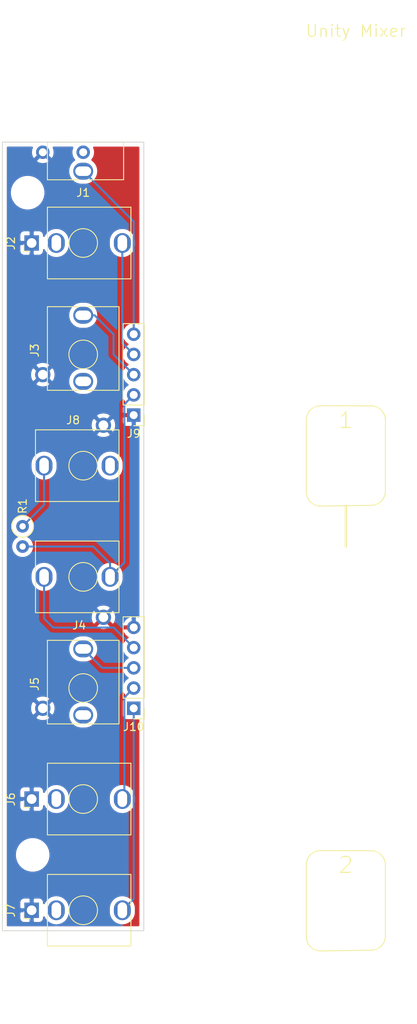
<source format=kicad_pcb>
(kicad_pcb (version 20171130) (host pcbnew "(5.1.8-0-10_14)")

  (general
    (thickness 1.6)
    (drawings 12)
    (tracks 27)
    (zones 0)
    (modules 21)
    (nets 18)
  )

  (page A4)
  (layers
    (0 F.Cu signal)
    (31 B.Cu signal)
    (32 B.Adhes user)
    (33 F.Adhes user)
    (34 B.Paste user)
    (35 F.Paste user)
    (36 B.SilkS user)
    (37 F.SilkS user)
    (38 B.Mask user)
    (39 F.Mask user)
    (40 Dwgs.User user)
    (41 Cmts.User user)
    (42 Eco1.User user)
    (43 Eco2.User user)
    (44 Edge.Cuts user)
    (45 Margin user)
    (46 B.CrtYd user)
    (47 F.CrtYd user)
    (48 B.Fab user hide)
    (49 F.Fab user hide)
  )

  (setup
    (last_trace_width 0.25)
    (trace_clearance 0.2)
    (zone_clearance 0.508)
    (zone_45_only no)
    (trace_min 0.2)
    (via_size 0.8)
    (via_drill 0.4)
    (via_min_size 0.4)
    (via_min_drill 0.3)
    (uvia_size 0.3)
    (uvia_drill 0.1)
    (uvias_allowed no)
    (uvia_min_size 0.2)
    (uvia_min_drill 0.1)
    (edge_width 0.1)
    (segment_width 0.2)
    (pcb_text_width 0.3)
    (pcb_text_size 1.5 1.5)
    (mod_edge_width 0.15)
    (mod_text_size 1 1)
    (mod_text_width 0.15)
    (pad_size 1.524 1.524)
    (pad_drill 0.762)
    (pad_to_mask_clearance 0)
    (aux_axis_origin 0 0)
    (visible_elements FFFFFF7F)
    (pcbplotparams
      (layerselection 0x010fc_ffffffff)
      (usegerberextensions false)
      (usegerberattributes true)
      (usegerberadvancedattributes true)
      (creategerberjobfile true)
      (excludeedgelayer true)
      (linewidth 0.100000)
      (plotframeref false)
      (viasonmask false)
      (mode 1)
      (useauxorigin false)
      (hpglpennumber 1)
      (hpglpenspeed 20)
      (hpglpendiameter 15.000000)
      (psnegative false)
      (psa4output false)
      (plotreference true)
      (plotvalue true)
      (plotinvisibletext false)
      (padsonsilk false)
      (subtractmaskfromsilk false)
      (outputformat 1)
      (mirror false)
      (drillshape 1)
      (scaleselection 1)
      (outputdirectory ""))
  )

  (net 0 "")
  (net 1 GND)
  (net 2 /Interface/ch1_1)
  (net 3 "Net-(J1-PadTN)")
  (net 4 "Net-(J2-PadTN)")
  (net 5 /Interface/ch1_2)
  (net 6 /Interface/ch1_3)
  (net 7 "Net-(J3-PadTN)")
  (net 8 /Interface/ch2_1)
  (net 9 /Interface/ch1_out)
  (net 10 "Net-(J5-PadTN)")
  (net 11 /Interface/ch2_2)
  (net 12 /Interface/ch2_3)
  (net 13 "Net-(J6-PadTN)")
  (net 14 "Net-(J7-PadTN)")
  (net 15 /Interface/ch2_out)
  (net 16 "Net-(J8-PadTN)")
  (net 17 "Net-(J8-PadT)")

  (net_class Default "これはデフォルトのネット クラスです。"
    (clearance 0.2)
    (trace_width 0.25)
    (via_dia 0.8)
    (via_drill 0.4)
    (uvia_dia 0.3)
    (uvia_drill 0.1)
    (add_net /Interface/ch1_1)
    (add_net /Interface/ch1_2)
    (add_net /Interface/ch1_3)
    (add_net /Interface/ch1_out)
    (add_net /Interface/ch2_1)
    (add_net /Interface/ch2_2)
    (add_net /Interface/ch2_3)
    (add_net /Interface/ch2_out)
    (add_net GND)
    (add_net "Net-(J1-PadTN)")
    (add_net "Net-(J2-PadTN)")
    (add_net "Net-(J3-PadTN)")
    (add_net "Net-(J5-PadTN)")
    (add_net "Net-(J6-PadTN)")
    (add_net "Net-(J7-PadTN)")
    (add_net "Net-(J8-PadT)")
    (add_net "Net-(J8-PadTN)")
  )

  (module Attenuverter:mono_jack_terminal_only_wo_TN (layer F.Cu) (tedit 62F9DE33) (tstamp 62FA4786)
    (at 148.59 40.64)
    (path /6301F803/63046FA2)
    (fp_text reference J1 (at 0 7.62) (layer F.SilkS)
      (effects (font (size 1 1) (thickness 0.15)))
    )
    (fp_text value ch1_1 (at 0 -1.27) (layer F.Fab)
      (effects (font (size 1 1) (thickness 0.15)))
    )
    (fp_line (start 4.5 6) (end -4.5 6) (layer F.Fab) (width 0.1))
    (fp_line (start -5 6.5) (end -5 3.23) (layer F.CrtYd) (width 0.05))
    (fp_line (start 5 6.5) (end -5 6.5) (layer F.CrtYd) (width 0.05))
    (fp_line (start 5 6.5) (end 5 3.23) (layer F.CrtYd) (width 0.05))
    (fp_line (start -4.5 1.27) (end -4.5 6) (layer F.SilkS) (width 0.12))
    (fp_line (start 5.08 1.27) (end -4.5 1.28) (layer F.SilkS) (width 0.12))
    (fp_line (start 5 3.23) (end -5 3.23) (layer F.CrtYd) (width 0.05))
    (fp_line (start -0.5 6) (end -4.5 6) (layer F.SilkS) (width 0.12))
    (fp_line (start 5.08 5.99) (end 0.5 6) (layer F.SilkS) (width 0.12))
    (fp_line (start 5.08 1.27) (end 5.08 5.99) (layer F.SilkS) (width 0.12))
    (pad T thru_hole oval (at 0 4.92 180) (size 2.5 2.13) (drill oval 2 1.2) (layers *.Cu *.Mask)
      (net 2 /Interface/ch1_1))
    (pad TN thru_hole circle (at 0 2.54 180) (size 1.7 1.7) (drill 1) (layers *.Cu *.Mask)
      (net 3 "Net-(J1-PadTN)"))
    (pad S thru_hole circle (at -5.08 2.54 180) (size 1.7 1.7) (drill 1) (layers *.Cu *.Mask)
      (net 1 GND))
  )

  (module Attenuverter:annotation_3.5mm_jack_in (layer F.Cu) (tedit 6226F220) (tstamp 62FA4392)
    (at 181.61 124.46)
    (fp_text reference REF** (at 0 -5.715) (layer F.SilkS) hide
      (effects (font (size 2 2) (thickness 0.15)))
    )
    (fp_text value annotation_3.5mm_jack_in (at 0 6.35) (layer F.Fab) hide
      (effects (font (size 1 1) (thickness 0.15)))
    )
    (fp_circle (center 0 0) (end 4 0) (layer Dwgs.User) (width 0.12))
    (fp_text user %R (at 0.3 0) (layer F.Fab) hide
      (effects (font (size 1 1) (thickness 0.15)))
    )
    (pad 1 np_thru_hole circle (at 0 0) (size 6 6) (drill 6) (layers *.Cu *.Mask))
  )

  (module Attenuverter:annotation_3.5mm_jack_in (layer F.Cu) (tedit 6226F220) (tstamp 62FA433E)
    (at 181.61 110.49)
    (fp_text reference REF** (at 0 -5.715) (layer F.SilkS) hide
      (effects (font (size 2 2) (thickness 0.15)))
    )
    (fp_text value annotation_3.5mm_jack_in (at 0 6.35) (layer F.Fab) hide
      (effects (font (size 1 1) (thickness 0.15)))
    )
    (fp_circle (center 0 0) (end 4 0) (layer Dwgs.User) (width 0.12))
    (fp_text user %R (at 0.3 0) (layer F.Fab) hide
      (effects (font (size 1 1) (thickness 0.15)))
    )
    (pad 1 np_thru_hole circle (at 0 0) (size 6 6) (drill 6) (layers *.Cu *.Mask))
  )

  (module Attenuverter:annotation_3.5mm_jack_in (layer F.Cu) (tedit 6226F220) (tstamp 62FA43A4)
    (at 181.61 96.52)
    (fp_text reference REF** (at 0 -5.715) (layer F.SilkS) hide
      (effects (font (size 2 2) (thickness 0.15)))
    )
    (fp_text value annotation_3.5mm_jack_in (at 0 6.35) (layer F.Fab) hide
      (effects (font (size 1 1) (thickness 0.15)))
    )
    (fp_circle (center 0 0) (end 4 0) (layer Dwgs.User) (width 0.12))
    (fp_text user %R (at 0.3 0) (layer F.Fab) hide
      (effects (font (size 1 1) (thickness 0.15)))
    )
    (pad 1 np_thru_hole circle (at 0 0) (size 6 6) (drill 6) (layers *.Cu *.Mask))
  )

  (module Attenuverter:annotation_3.5mm_jack_in (layer F.Cu) (tedit 6226F220) (tstamp 62FA43BF)
    (at 181.61 68.58)
    (fp_text reference REF** (at 0 -5.715) (layer F.SilkS) hide
      (effects (font (size 2 2) (thickness 0.15)))
    )
    (fp_text value annotation_3.5mm_jack_in (at 0 6.35) (layer F.Fab) hide
      (effects (font (size 1 1) (thickness 0.15)))
    )
    (fp_circle (center 0 0) (end 4 0) (layer Dwgs.User) (width 0.12))
    (fp_text user %R (at 0.3 0) (layer F.Fab) hide
      (effects (font (size 1 1) (thickness 0.15)))
    )
    (pad 1 np_thru_hole circle (at 0 0) (size 6 6) (drill 6) (layers *.Cu *.Mask))
  )

  (module Attenuverter:annotation_3.5mm_jack_in (layer F.Cu) (tedit 6226F220) (tstamp 62FA43D1)
    (at 181.61 54.61)
    (fp_text reference REF** (at 0 -5.715) (layer F.SilkS) hide
      (effects (font (size 2 2) (thickness 0.15)))
    )
    (fp_text value annotation_3.5mm_jack_in (at 0 6.35) (layer F.Fab) hide
      (effects (font (size 1 1) (thickness 0.15)))
    )
    (fp_circle (center 0 0) (end 4 0) (layer Dwgs.User) (width 0.12))
    (fp_text user %R (at 0.3 0) (layer F.Fab) hide
      (effects (font (size 1 1) (thickness 0.15)))
    )
    (pad 1 np_thru_hole circle (at 0 0) (size 6 6) (drill 6) (layers *.Cu *.Mask))
  )

  (module Attenuverter:annotation_3.5mm_jack_in (layer F.Cu) (tedit 6226F220) (tstamp 62FA4353)
    (at 181.61 40.64)
    (fp_text reference REF** (at 0 -5.715) (layer F.SilkS) hide
      (effects (font (size 2 2) (thickness 0.15)))
    )
    (fp_text value annotation_3.5mm_jack_in (at 0 6.35) (layer F.Fab) hide
      (effects (font (size 1 1) (thickness 0.15)))
    )
    (fp_circle (center 0 0) (end 4 0) (layer Dwgs.User) (width 0.12))
    (fp_text user %R (at 0.3 0) (layer F.Fab) hide
      (effects (font (size 1 1) (thickness 0.15)))
    )
    (pad 1 np_thru_hole circle (at 0 0) (size 6 6) (drill 6) (layers *.Cu *.Mask))
  )

  (module Attenuverter:annotation_3.5mm_jack_out (layer F.Cu) (tedit 62258355) (tstamp 62FA431C)
    (at 181.61 138.43)
    (fp_text reference 2 (at 0 -5.715) (layer F.SilkS)
      (effects (font (size 2 2) (thickness 0.15)))
    )
    (fp_text value annotation_3.5mm_jack_out (at 0 6.35) (layer F.Fab) hide
      (effects (font (size 1 1) (thickness 0.15)))
    )
    (fp_line (start -4.975 3.29) (end -4.975 -5.715) (layer F.SilkS) (width 0.12))
    (fp_line (start 3.185 4.985) (end -3.165 5.08) (layer F.SilkS) (width 0.12))
    (fp_line (start 4.975 -5.715) (end 4.975 3.175) (layer F.SilkS) (width 0.12))
    (fp_line (start -3.185 -7.525) (end 3.165 -7.505) (layer F.SilkS) (width 0.12))
    (fp_circle (center 0 0) (end 4 0) (layer Dwgs.User) (width 0.12))
    (fp_arc (start -3.175 3.28) (end -4.975 3.29) (angle -90) (layer F.SilkS) (width 0.12))
    (fp_arc (start -3.175 -5.725) (end -3.185 -7.525) (angle -90) (layer F.SilkS) (width 0.12))
    (fp_arc (start 3.175 -5.705) (end 4.975 -5.715) (angle -90) (layer F.SilkS) (width 0.12))
    (fp_arc (start 3.175 3.185) (end 3.185 4.985) (angle -90) (layer F.SilkS) (width 0.12))
    (fp_text user %R (at 0.3 0) (layer F.Fab) hide
      (effects (font (size 1 1) (thickness 0.15)))
    )
    (pad 1 np_thru_hole circle (at 0 0) (size 6 6) (drill 6) (layers *.Cu *.Mask))
  )

  (module Attenuverter:annotation_3.5mm_jack_out (layer F.Cu) (tedit 62258355) (tstamp 62FA4370)
    (at 181.61 82.55)
    (fp_text reference 1 (at 0 -5.715) (layer F.SilkS)
      (effects (font (size 2 2) (thickness 0.15)))
    )
    (fp_text value annotation_3.5mm_jack_out (at 0 6.35) (layer F.Fab) hide
      (effects (font (size 1 1) (thickness 0.15)))
    )
    (fp_line (start -4.975 3.29) (end -4.975 -5.715) (layer F.SilkS) (width 0.12))
    (fp_line (start 3.185 4.985) (end -3.165 5.08) (layer F.SilkS) (width 0.12))
    (fp_line (start 4.975 -5.715) (end 4.975 3.175) (layer F.SilkS) (width 0.12))
    (fp_line (start -3.185 -7.525) (end 3.165 -7.505) (layer F.SilkS) (width 0.12))
    (fp_circle (center 0 0) (end 4 0) (layer Dwgs.User) (width 0.12))
    (fp_arc (start -3.175 3.28) (end -4.975 3.29) (angle -90) (layer F.SilkS) (width 0.12))
    (fp_arc (start -3.175 -5.725) (end -3.185 -7.525) (angle -90) (layer F.SilkS) (width 0.12))
    (fp_arc (start 3.175 -5.705) (end 4.975 -5.715) (angle -90) (layer F.SilkS) (width 0.12))
    (fp_arc (start 3.175 3.185) (end 3.185 4.985) (angle -90) (layer F.SilkS) (width 0.12))
    (fp_text user %R (at 0.3 0) (layer F.Fab) hide
      (effects (font (size 1 1) (thickness 0.15)))
    )
    (pad 1 np_thru_hole circle (at 0 0) (size 6 6) (drill 6) (layers *.Cu *.Mask))
  )

  (module Connector_PinHeader_2.54mm:PinHeader_1x05_P2.54mm_Vertical (layer F.Cu) (tedit 59FED5CC) (tstamp 62F9D8B8)
    (at 154.94 113.03 180)
    (descr "Through hole straight pin header, 1x05, 2.54mm pitch, single row")
    (tags "Through hole pin header THT 1x05 2.54mm single row")
    (path /6301F803/62FAFEC8)
    (fp_text reference J10 (at 0 -2.33) (layer F.SilkS)
      (effects (font (size 1 1) (thickness 0.15)))
    )
    (fp_text value conn2 (at 0 12.49) (layer F.Fab)
      (effects (font (size 1 1) (thickness 0.15)))
    )
    (fp_line (start 1.8 -1.8) (end -1.8 -1.8) (layer F.CrtYd) (width 0.05))
    (fp_line (start 1.8 11.95) (end 1.8 -1.8) (layer F.CrtYd) (width 0.05))
    (fp_line (start -1.8 11.95) (end 1.8 11.95) (layer F.CrtYd) (width 0.05))
    (fp_line (start -1.8 -1.8) (end -1.8 11.95) (layer F.CrtYd) (width 0.05))
    (fp_line (start -1.33 -1.33) (end 0 -1.33) (layer F.SilkS) (width 0.12))
    (fp_line (start -1.33 0) (end -1.33 -1.33) (layer F.SilkS) (width 0.12))
    (fp_line (start -1.33 1.27) (end 1.33 1.27) (layer F.SilkS) (width 0.12))
    (fp_line (start 1.33 1.27) (end 1.33 11.49) (layer F.SilkS) (width 0.12))
    (fp_line (start -1.33 1.27) (end -1.33 11.49) (layer F.SilkS) (width 0.12))
    (fp_line (start -1.33 11.49) (end 1.33 11.49) (layer F.SilkS) (width 0.12))
    (fp_line (start -1.27 -0.635) (end -0.635 -1.27) (layer F.Fab) (width 0.1))
    (fp_line (start -1.27 11.43) (end -1.27 -0.635) (layer F.Fab) (width 0.1))
    (fp_line (start 1.27 11.43) (end -1.27 11.43) (layer F.Fab) (width 0.1))
    (fp_line (start 1.27 -1.27) (end 1.27 11.43) (layer F.Fab) (width 0.1))
    (fp_line (start -0.635 -1.27) (end 1.27 -1.27) (layer F.Fab) (width 0.1))
    (fp_text user %R (at 0 5.08 90) (layer F.Fab)
      (effects (font (size 1 1) (thickness 0.15)))
    )
    (pad 5 thru_hole oval (at 0 10.16 180) (size 1.7 1.7) (drill 1) (layers *.Cu *.Mask)
      (net 1 GND))
    (pad 4 thru_hole oval (at 0 7.62 180) (size 1.7 1.7) (drill 1) (layers *.Cu *.Mask)
      (net 8 /Interface/ch2_1))
    (pad 3 thru_hole oval (at 0 5.08 180) (size 1.7 1.7) (drill 1) (layers *.Cu *.Mask)
      (net 11 /Interface/ch2_2))
    (pad 2 thru_hole oval (at 0 2.54 180) (size 1.7 1.7) (drill 1) (layers *.Cu *.Mask)
      (net 12 /Interface/ch2_3))
    (pad 1 thru_hole rect (at 0 0 180) (size 1.7 1.7) (drill 1) (layers *.Cu *.Mask)
      (net 15 /Interface/ch2_out))
    (model ${KISYS3DMOD}/Connector_PinHeader_2.54mm.3dshapes/PinHeader_1x05_P2.54mm_Vertical.wrl
      (at (xyz 0 0 0))
      (scale (xyz 1 1 1))
      (rotate (xyz 0 0 0))
    )
  )

  (module Connector_PinHeader_2.54mm:PinHeader_1x05_P2.54mm_Vertical (layer F.Cu) (tedit 59FED5CC) (tstamp 62F9D89F)
    (at 154.94 76.2 180)
    (descr "Through hole straight pin header, 1x05, 2.54mm pitch, single row")
    (tags "Through hole pin header THT 1x05 2.54mm single row")
    (path /6301F803/62FAF2E3)
    (fp_text reference J9 (at 0 -2.33) (layer F.SilkS)
      (effects (font (size 1 1) (thickness 0.15)))
    )
    (fp_text value conn1 (at 0 12.49) (layer F.Fab)
      (effects (font (size 1 1) (thickness 0.15)))
    )
    (fp_line (start -0.635 -1.27) (end 1.27 -1.27) (layer F.Fab) (width 0.1))
    (fp_line (start 1.27 -1.27) (end 1.27 11.43) (layer F.Fab) (width 0.1))
    (fp_line (start 1.27 11.43) (end -1.27 11.43) (layer F.Fab) (width 0.1))
    (fp_line (start -1.27 11.43) (end -1.27 -0.635) (layer F.Fab) (width 0.1))
    (fp_line (start -1.27 -0.635) (end -0.635 -1.27) (layer F.Fab) (width 0.1))
    (fp_line (start -1.33 11.49) (end 1.33 11.49) (layer F.SilkS) (width 0.12))
    (fp_line (start -1.33 1.27) (end -1.33 11.49) (layer F.SilkS) (width 0.12))
    (fp_line (start 1.33 1.27) (end 1.33 11.49) (layer F.SilkS) (width 0.12))
    (fp_line (start -1.33 1.27) (end 1.33 1.27) (layer F.SilkS) (width 0.12))
    (fp_line (start -1.33 0) (end -1.33 -1.33) (layer F.SilkS) (width 0.12))
    (fp_line (start -1.33 -1.33) (end 0 -1.33) (layer F.SilkS) (width 0.12))
    (fp_line (start -1.8 -1.8) (end -1.8 11.95) (layer F.CrtYd) (width 0.05))
    (fp_line (start -1.8 11.95) (end 1.8 11.95) (layer F.CrtYd) (width 0.05))
    (fp_line (start 1.8 11.95) (end 1.8 -1.8) (layer F.CrtYd) (width 0.05))
    (fp_line (start 1.8 -1.8) (end -1.8 -1.8) (layer F.CrtYd) (width 0.05))
    (fp_text user %R (at 0 5.08 90) (layer F.Fab)
      (effects (font (size 1 1) (thickness 0.15)))
    )
    (pad 1 thru_hole rect (at 0 0 180) (size 1.7 1.7) (drill 1) (layers *.Cu *.Mask)
      (net 1 GND))
    (pad 2 thru_hole oval (at 0 2.54 180) (size 1.7 1.7) (drill 1) (layers *.Cu *.Mask)
      (net 9 /Interface/ch1_out))
    (pad 3 thru_hole oval (at 0 5.08 180) (size 1.7 1.7) (drill 1) (layers *.Cu *.Mask)
      (net 6 /Interface/ch1_3))
    (pad 4 thru_hole oval (at 0 7.62 180) (size 1.7 1.7) (drill 1) (layers *.Cu *.Mask)
      (net 5 /Interface/ch1_2))
    (pad 5 thru_hole oval (at 0 10.16 180) (size 1.7 1.7) (drill 1) (layers *.Cu *.Mask)
      (net 2 /Interface/ch1_1))
    (model ${KISYS3DMOD}/Connector_PinHeader_2.54mm.3dshapes/PinHeader_1x05_P2.54mm_Vertical.wrl
      (at (xyz 0 0 0))
      (scale (xyz 1 1 1))
      (rotate (xyz 0 0 0))
    )
  )

  (module MountingHole:MountingHole_3.2mm_M3 (layer F.Cu) (tedit 56D1B4CB) (tstamp 62FA3667)
    (at 142.24 131.445)
    (descr "Mounting Hole 3.2mm, no annular, M3")
    (tags "mounting hole 3.2mm no annular m3")
    (attr virtual)
    (fp_text reference REF** (at 0 -4.2) (layer F.SilkS) hide
      (effects (font (size 1 1) (thickness 0.15)))
    )
    (fp_text value MountingHole_3.2mm_M3 (at 0 4.2) (layer F.Fab) hide
      (effects (font (size 1 1) (thickness 0.15)))
    )
    (fp_circle (center 0 0) (end 3.2 0) (layer Cmts.User) (width 0.15))
    (fp_circle (center 0 0) (end 3.45 0) (layer F.CrtYd) (width 0.05))
    (fp_text user %R (at 0.3 0) (layer F.Fab) hide
      (effects (font (size 1 1) (thickness 0.15)))
    )
    (pad 1 np_thru_hole circle (at 0 0) (size 3.2 3.2) (drill 3.2) (layers *.Cu *.Mask))
  )

  (module MountingHole:MountingHole_3.2mm_M3 (layer F.Cu) (tedit 56D1B4CB) (tstamp 62FA3488)
    (at 141.605 48.26)
    (descr "Mounting Hole 3.2mm, no annular, M3")
    (tags "mounting hole 3.2mm no annular m3")
    (attr virtual)
    (fp_text reference REF** (at 0 -4.2) (layer F.SilkS) hide
      (effects (font (size 1 1) (thickness 0.15)))
    )
    (fp_text value MountingHole_3.2mm_M3 (at 0 4.2) (layer F.Fab) hide
      (effects (font (size 1 1) (thickness 0.15)))
    )
    (fp_circle (center 0 0) (end 3.2 0) (layer Cmts.User) (width 0.15))
    (fp_circle (center 0 0) (end 3.45 0) (layer F.CrtYd) (width 0.05))
    (fp_text user %R (at 0.3 0) (layer F.Fab) hide
      (effects (font (size 1 1) (thickness 0.15)))
    )
    (pad 1 np_thru_hole circle (at 0 0) (size 3.2 3.2) (drill 3.2) (layers *.Cu *.Mask))
  )

  (module Resistor_THT:R_Axial_DIN0207_L6.3mm_D2.5mm_P2.54mm_Vertical (layer F.Cu) (tedit 5AE5139B) (tstamp 62F9D694)
    (at 140.97 90.17 270)
    (descr "Resistor, Axial_DIN0207 series, Axial, Vertical, pin pitch=2.54mm, 0.25W = 1/4W, length*diameter=6.3*2.5mm^2, http://cdn-reichelt.de/documents/datenblatt/B400/1_4W%23YAG.pdf")
    (tags "Resistor Axial_DIN0207 series Axial Vertical pin pitch 2.54mm 0.25W = 1/4W length 6.3mm diameter 2.5mm")
    (path /6301F803/6304EB6C)
    (fp_text reference R1 (at -2.54 0 90) (layer F.SilkS)
      (effects (font (size 1 1) (thickness 0.15)))
    )
    (fp_text value 1k (at 1.27 2.37 90) (layer F.Fab)
      (effects (font (size 1 1) (thickness 0.15)))
    )
    (fp_line (start 3.59 -1.5) (end -1.5 -1.5) (layer F.CrtYd) (width 0.05))
    (fp_line (start 3.59 1.5) (end 3.59 -1.5) (layer F.CrtYd) (width 0.05))
    (fp_line (start -1.5 1.5) (end 3.59 1.5) (layer F.CrtYd) (width 0.05))
    (fp_line (start -1.5 -1.5) (end -1.5 1.5) (layer F.CrtYd) (width 0.05))
    (fp_line (start 1.37 0) (end 1.44 0) (layer F.SilkS) (width 0.12))
    (fp_line (start 0 0) (end 2.54 0) (layer F.Fab) (width 0.1))
    (fp_circle (center 0 0) (end 1.37 0) (layer F.SilkS) (width 0.12))
    (fp_circle (center 0 0) (end 1.25 0) (layer F.Fab) (width 0.1))
    (fp_text user %R (at 1.27 -2.37 90) (layer F.Fab)
      (effects (font (size 1 1) (thickness 0.15)))
    )
    (pad 1 thru_hole circle (at 0 0 270) (size 1.6 1.6) (drill 0.8) (layers *.Cu *.Mask)
      (net 17 "Net-(J8-PadT)"))
    (pad 2 thru_hole oval (at 2.54 0 270) (size 1.6 1.6) (drill 0.8) (layers *.Cu *.Mask)
      (net 9 /Interface/ch1_out))
    (model ${KISYS3DMOD}/Resistor_THT.3dshapes/R_Axial_DIN0207_L6.3mm_D2.5mm_P2.54mm_Vertical.wrl
      (at (xyz 0 0 0))
      (scale (xyz 1 1 1))
      (rotate (xyz 0 0 0))
    )
  )

  (module Attenuverter:mono_jack_3.5mm (layer F.Cu) (tedit 60FEAA3E) (tstamp 62FA38D1)
    (at 148.59 54.61 90)
    (path /6301F803/63046FA8)
    (fp_text reference J2 (at 0 -9.1 90) (layer F.SilkS)
      (effects (font (size 1 1) (thickness 0.15)))
    )
    (fp_text value ch1_2 (at -0.03 7.11 90) (layer F.Fab)
      (effects (font (size 1 1) (thickness 0.15)))
    )
    (fp_line (start -1.03 -7.48) (end -0.17 -7.48) (layer F.SilkS) (width 0.12))
    (fp_line (start -0.47 6) (end -4.47 6) (layer F.SilkS) (width 0.12))
    (fp_line (start 5.03 -7.9) (end -4.97 -7.9) (layer F.CrtYd) (width 0.05))
    (fp_line (start 5.03 6.5) (end 5.03 -7.9) (layer F.CrtYd) (width 0.05))
    (fp_line (start 5.03 6.5) (end -4.97 6.5) (layer F.CrtYd) (width 0.05))
    (fp_line (start 4.53 -4.45) (end -4.47 -4.45) (layer F.Fab) (width 0.1))
    (fp_line (start 4.53 6) (end -4.47 6) (layer F.Fab) (width 0.1))
    (fp_line (start 4.53 6) (end 4.53 -4.4) (layer F.Fab) (width 0.1))
    (fp_line (start -4.97 6.5) (end -4.97 -7.9) (layer F.CrtYd) (width 0.05))
    (fp_line (start -4.47 6) (end -4.47 -4.4) (layer F.Fab) (width 0.1))
    (fp_line (start -4.47 -4.5) (end -4.47 6) (layer F.SilkS) (width 0.12))
    (fp_line (start 4.53 -4.5) (end 4.53 6) (layer F.SilkS) (width 0.12))
    (fp_circle (center 0.03 0) (end 1.53 0) (layer Dwgs.User) (width 0.12))
    (fp_line (start 0.12 1.48) (end 1.51 0.09) (layer Dwgs.User) (width 0.12))
    (fp_line (start -1.39 0.395) (end 0.43 -1.42) (layer Dwgs.User) (width 0.12))
    (fp_line (start -1.38 -0.46) (end -0.43 -1.41) (layer Dwgs.User) (width 0.12))
    (fp_line (start -0.55 1.35) (end 1.39 -0.59) (layer Dwgs.User) (width 0.12))
    (fp_line (start -1.04 1.01) (end 1.04 -1.07) (layer Dwgs.User) (width 0.12))
    (fp_line (start 4.53 6) (end 0.53 6) (layer F.SilkS) (width 0.12))
    (fp_circle (center 0.03 0) (end 1.83 0) (layer F.SilkS) (width 0.12))
    (fp_line (start -1.03 -7.48) (end -1.03 -6.68) (layer F.SilkS) (width 0.12))
    (fp_circle (center 0.03 0) (end 1.83 0) (layer F.Fab) (width 0.1))
    (fp_line (start 0.03 -6.48) (end 0.03 -4.45) (layer F.Fab) (width 0.1))
    (fp_line (start -0.32 -4.5) (end -4.47 -4.5) (layer F.SilkS) (width 0.12))
    (fp_line (start 4.53 -4.5) (end 0.38 -4.5) (layer F.SilkS) (width 0.12))
    (fp_text user KEEPOUT (at 0.03 0 90) (layer Cmts.User)
      (effects (font (size 0.4 0.4) (thickness 0.051)))
    )
    (pad S thru_hole rect (at 0.03 -6.48 270) (size 1.93 1.83) (drill 1.22) (layers *.Cu *.Mask)
      (net 1 GND))
    (pad T thru_hole oval (at 0.03 4.92 270) (size 2.5 2.13) (drill oval 2 1.2) (layers *.Cu *.Mask)
      (net 5 /Interface/ch1_2))
    (pad TN thru_hole oval (at 0.03 -3.38 270) (size 2.5 2.13) (drill oval 2 1.2) (layers *.Cu *.Mask)
      (net 4 "Net-(J2-PadTN)"))
  )

  (module Attenuverter:mono_jack_3.5mm (layer F.Cu) (tedit 60FEAA3E) (tstamp 62FA3951)
    (at 148.59 124.46 90)
    (path /6301F803/63046FC6)
    (fp_text reference J6 (at 0 -9.1 90) (layer F.SilkS)
      (effects (font (size 1 1) (thickness 0.15)))
    )
    (fp_text value ch2_3 (at -0.03 7.11 90) (layer F.Fab)
      (effects (font (size 1 1) (thickness 0.15)))
    )
    (fp_line (start 4.53 -4.5) (end 0.38 -4.5) (layer F.SilkS) (width 0.12))
    (fp_line (start -0.32 -4.5) (end -4.47 -4.5) (layer F.SilkS) (width 0.12))
    (fp_line (start 0.03 -6.48) (end 0.03 -4.45) (layer F.Fab) (width 0.1))
    (fp_circle (center 0.03 0) (end 1.83 0) (layer F.Fab) (width 0.1))
    (fp_line (start -1.03 -7.48) (end -1.03 -6.68) (layer F.SilkS) (width 0.12))
    (fp_circle (center 0.03 0) (end 1.83 0) (layer F.SilkS) (width 0.12))
    (fp_line (start 4.53 6) (end 0.53 6) (layer F.SilkS) (width 0.12))
    (fp_line (start -1.04 1.01) (end 1.04 -1.07) (layer Dwgs.User) (width 0.12))
    (fp_line (start -0.55 1.35) (end 1.39 -0.59) (layer Dwgs.User) (width 0.12))
    (fp_line (start -1.38 -0.46) (end -0.43 -1.41) (layer Dwgs.User) (width 0.12))
    (fp_line (start -1.39 0.395) (end 0.43 -1.42) (layer Dwgs.User) (width 0.12))
    (fp_line (start 0.12 1.48) (end 1.51 0.09) (layer Dwgs.User) (width 0.12))
    (fp_circle (center 0.03 0) (end 1.53 0) (layer Dwgs.User) (width 0.12))
    (fp_line (start 4.53 -4.5) (end 4.53 6) (layer F.SilkS) (width 0.12))
    (fp_line (start -4.47 -4.5) (end -4.47 6) (layer F.SilkS) (width 0.12))
    (fp_line (start -4.47 6) (end -4.47 -4.4) (layer F.Fab) (width 0.1))
    (fp_line (start -4.97 6.5) (end -4.97 -7.9) (layer F.CrtYd) (width 0.05))
    (fp_line (start 4.53 6) (end 4.53 -4.4) (layer F.Fab) (width 0.1))
    (fp_line (start 4.53 6) (end -4.47 6) (layer F.Fab) (width 0.1))
    (fp_line (start 4.53 -4.45) (end -4.47 -4.45) (layer F.Fab) (width 0.1))
    (fp_line (start 5.03 6.5) (end -4.97 6.5) (layer F.CrtYd) (width 0.05))
    (fp_line (start 5.03 6.5) (end 5.03 -7.9) (layer F.CrtYd) (width 0.05))
    (fp_line (start 5.03 -7.9) (end -4.97 -7.9) (layer F.CrtYd) (width 0.05))
    (fp_line (start -0.47 6) (end -4.47 6) (layer F.SilkS) (width 0.12))
    (fp_line (start -1.03 -7.48) (end -0.17 -7.48) (layer F.SilkS) (width 0.12))
    (fp_text user KEEPOUT (at 0.03 0 90) (layer Cmts.User)
      (effects (font (size 0.4 0.4) (thickness 0.051)))
    )
    (pad TN thru_hole oval (at 0.03 -3.38 270) (size 2.5 2.13) (drill oval 2 1.2) (layers *.Cu *.Mask)
      (net 13 "Net-(J6-PadTN)"))
    (pad T thru_hole oval (at 0.03 4.92 270) (size 2.5 2.13) (drill oval 2 1.2) (layers *.Cu *.Mask)
      (net 12 /Interface/ch2_3))
    (pad S thru_hole rect (at 0.03 -6.48 270) (size 1.93 1.83) (drill 1.22) (layers *.Cu *.Mask)
      (net 1 GND))
  )

  (module Attenuverter:mono_jack_3.5mm (layer F.Cu) (tedit 60FEAA3E) (tstamp 62FA3971)
    (at 148.59 138.43 90)
    (path /6301F803/63046FCC)
    (fp_text reference J7 (at 0 -9.1 90) (layer F.SilkS)
      (effects (font (size 1 1) (thickness 0.15)))
    )
    (fp_text value ch2_out (at -0.03 7.11 90) (layer F.Fab)
      (effects (font (size 1 1) (thickness 0.15)))
    )
    (fp_line (start -1.03 -7.48) (end -0.17 -7.48) (layer F.SilkS) (width 0.12))
    (fp_line (start -0.47 6) (end -4.47 6) (layer F.SilkS) (width 0.12))
    (fp_line (start 5.03 -7.9) (end -4.97 -7.9) (layer F.CrtYd) (width 0.05))
    (fp_line (start 5.03 6.5) (end 5.03 -7.9) (layer F.CrtYd) (width 0.05))
    (fp_line (start 5.03 6.5) (end -4.97 6.5) (layer F.CrtYd) (width 0.05))
    (fp_line (start 4.53 -4.45) (end -4.47 -4.45) (layer F.Fab) (width 0.1))
    (fp_line (start 4.53 6) (end -4.47 6) (layer F.Fab) (width 0.1))
    (fp_line (start 4.53 6) (end 4.53 -4.4) (layer F.Fab) (width 0.1))
    (fp_line (start -4.97 6.5) (end -4.97 -7.9) (layer F.CrtYd) (width 0.05))
    (fp_line (start -4.47 6) (end -4.47 -4.4) (layer F.Fab) (width 0.1))
    (fp_line (start -4.47 -4.5) (end -4.47 6) (layer F.SilkS) (width 0.12))
    (fp_line (start 4.53 -4.5) (end 4.53 6) (layer F.SilkS) (width 0.12))
    (fp_circle (center 0.03 0) (end 1.53 0) (layer Dwgs.User) (width 0.12))
    (fp_line (start 0.12 1.48) (end 1.51 0.09) (layer Dwgs.User) (width 0.12))
    (fp_line (start -1.39 0.395) (end 0.43 -1.42) (layer Dwgs.User) (width 0.12))
    (fp_line (start -1.38 -0.46) (end -0.43 -1.41) (layer Dwgs.User) (width 0.12))
    (fp_line (start -0.55 1.35) (end 1.39 -0.59) (layer Dwgs.User) (width 0.12))
    (fp_line (start -1.04 1.01) (end 1.04 -1.07) (layer Dwgs.User) (width 0.12))
    (fp_line (start 4.53 6) (end 0.53 6) (layer F.SilkS) (width 0.12))
    (fp_circle (center 0.03 0) (end 1.83 0) (layer F.SilkS) (width 0.12))
    (fp_line (start -1.03 -7.48) (end -1.03 -6.68) (layer F.SilkS) (width 0.12))
    (fp_circle (center 0.03 0) (end 1.83 0) (layer F.Fab) (width 0.1))
    (fp_line (start 0.03 -6.48) (end 0.03 -4.45) (layer F.Fab) (width 0.1))
    (fp_line (start -0.32 -4.5) (end -4.47 -4.5) (layer F.SilkS) (width 0.12))
    (fp_line (start 4.53 -4.5) (end 0.38 -4.5) (layer F.SilkS) (width 0.12))
    (fp_text user KEEPOUT (at 0.03 0 90) (layer Cmts.User)
      (effects (font (size 0.4 0.4) (thickness 0.051)))
    )
    (pad S thru_hole rect (at 0.03 -6.48 270) (size 1.93 1.83) (drill 1.22) (layers *.Cu *.Mask)
      (net 1 GND))
    (pad T thru_hole oval (at 0.03 4.92 270) (size 2.5 2.13) (drill oval 2 1.2) (layers *.Cu *.Mask)
      (net 15 /Interface/ch2_out))
    (pad TN thru_hole oval (at 0.03 -3.38 270) (size 2.5 2.13) (drill oval 2 1.2) (layers *.Cu *.Mask)
      (net 14 "Net-(J7-PadTN)"))
  )

  (module Attenuverter:mono_jack_3.5mm_wo_GND (layer F.Cu) (tedit 6226DD52) (tstamp 62FA41C1)
    (at 148.59 68.58 180)
    (path /6301F803/63046FAE)
    (fp_text reference J3 (at 6.096 0.508 90) (layer F.SilkS)
      (effects (font (size 1 1) (thickness 0.15)))
    )
    (fp_text value ch1_3 (at -5.842 0 90) (layer F.Fab)
      (effects (font (size 1 1) (thickness 0.15)))
    )
    (fp_line (start -1.42 0.395) (end 0.4 -1.42) (layer Dwgs.User) (width 0.12))
    (fp_line (start -1.41 -0.46) (end -0.46 -1.41) (layer Dwgs.User) (width 0.12))
    (fp_line (start 4.5 -4.5) (end 0.35 -4.5) (layer F.SilkS) (width 0.12))
    (fp_line (start -0.58 1.35) (end 1.36 -0.59) (layer Dwgs.User) (width 0.12))
    (fp_line (start -1.07 1.01) (end 1.01 -1.07) (layer Dwgs.User) (width 0.12))
    (fp_line (start -0.35 -4.5) (end -4.5 -4.5) (layer F.SilkS) (width 0.12))
    (fp_line (start 4.5 6) (end 0.5 6) (layer F.SilkS) (width 0.12))
    (fp_circle (center 0 0) (end 1.8 0) (layer F.SilkS) (width 0.12))
    (fp_circle (center 0 0) (end 1.8 0) (layer F.Fab) (width 0.1))
    (fp_line (start 5 -4.826) (end -5 -4.826) (layer F.CrtYd) (width 0.05))
    (fp_line (start 5 6.5) (end 5 -4.826) (layer F.CrtYd) (width 0.05))
    (fp_line (start 5 6.5) (end -5 6.5) (layer F.CrtYd) (width 0.05))
    (fp_line (start 4.5 -4.45) (end -4.5 -4.45) (layer F.Fab) (width 0.1))
    (fp_line (start 4.5 6) (end -4.5 6) (layer F.Fab) (width 0.1))
    (fp_line (start 4.5 6) (end 4.5 -4.4) (layer F.Fab) (width 0.1))
    (fp_line (start -5 6.5) (end -5 -4.826) (layer F.CrtYd) (width 0.05))
    (fp_line (start -4.5 6) (end -4.5 -4.4) (layer F.Fab) (width 0.1))
    (fp_line (start -4.5 -4.5) (end -4.5 6) (layer F.SilkS) (width 0.12))
    (fp_line (start 4.5 -4.5) (end 4.5 6) (layer F.SilkS) (width 0.12))
    (fp_circle (center 0 0) (end 1.5 0) (layer Dwgs.User) (width 0.12))
    (fp_line (start 0.09 1.48) (end 1.48 0.09) (layer Dwgs.User) (width 0.12))
    (fp_line (start -0.5 6) (end -4.5 6) (layer F.SilkS) (width 0.12))
    (fp_text user KEEPOUT (at 0 0) (layer Cmts.User)
      (effects (font (size 0.4 0.4) (thickness 0.051)))
    )
    (pad TN thru_hole oval (at 0 -3.38) (size 2.5 2.13) (drill oval 2 1.2) (layers *.Cu *.Mask)
      (net 7 "Net-(J3-PadTN)"))
    (pad T thru_hole oval (at 0 4.92) (size 2.5 2.13) (drill oval 2 1.2) (layers *.Cu *.Mask)
      (net 6 /Interface/ch1_3))
    (pad S thru_hole circle (at 5.08 -2.54) (size 1.93 1.93) (drill 1.22) (layers *.Cu *.Mask)
      (net 1 GND))
  )

  (module Attenuverter:mono_jack_3.5mm_wo_GND (layer F.Cu) (tedit 6226DD52) (tstamp 62FA41DE)
    (at 148.59 96.52 270)
    (path /6301F803/63046FBA)
    (fp_text reference J4 (at 6.096 0.508) (layer F.SilkS)
      (effects (font (size 1 1) (thickness 0.15)))
    )
    (fp_text value ch2_1 (at -5.842 0) (layer F.Fab)
      (effects (font (size 1 1) (thickness 0.15)))
    )
    (fp_line (start -1.42 0.395) (end 0.4 -1.42) (layer Dwgs.User) (width 0.12))
    (fp_line (start -1.41 -0.46) (end -0.46 -1.41) (layer Dwgs.User) (width 0.12))
    (fp_line (start 4.5 -4.5) (end 0.35 -4.5) (layer F.SilkS) (width 0.12))
    (fp_line (start -0.58 1.35) (end 1.36 -0.59) (layer Dwgs.User) (width 0.12))
    (fp_line (start -1.07 1.01) (end 1.01 -1.07) (layer Dwgs.User) (width 0.12))
    (fp_line (start -0.35 -4.5) (end -4.5 -4.5) (layer F.SilkS) (width 0.12))
    (fp_line (start 4.5 6) (end 0.5 6) (layer F.SilkS) (width 0.12))
    (fp_circle (center 0 0) (end 1.8 0) (layer F.SilkS) (width 0.12))
    (fp_circle (center 0 0) (end 1.8 0) (layer F.Fab) (width 0.1))
    (fp_line (start 5 -4.826) (end -5 -4.826) (layer F.CrtYd) (width 0.05))
    (fp_line (start 5 6.5) (end 5 -4.826) (layer F.CrtYd) (width 0.05))
    (fp_line (start 5 6.5) (end -5 6.5) (layer F.CrtYd) (width 0.05))
    (fp_line (start 4.5 -4.45) (end -4.5 -4.45) (layer F.Fab) (width 0.1))
    (fp_line (start 4.5 6) (end -4.5 6) (layer F.Fab) (width 0.1))
    (fp_line (start 4.5 6) (end 4.5 -4.4) (layer F.Fab) (width 0.1))
    (fp_line (start -5 6.5) (end -5 -4.826) (layer F.CrtYd) (width 0.05))
    (fp_line (start -4.5 6) (end -4.5 -4.4) (layer F.Fab) (width 0.1))
    (fp_line (start -4.5 -4.5) (end -4.5 6) (layer F.SilkS) (width 0.12))
    (fp_line (start 4.5 -4.5) (end 4.5 6) (layer F.SilkS) (width 0.12))
    (fp_circle (center 0 0) (end 1.5 0) (layer Dwgs.User) (width 0.12))
    (fp_line (start 0.09 1.48) (end 1.48 0.09) (layer Dwgs.User) (width 0.12))
    (fp_line (start -0.5 6) (end -4.5 6) (layer F.SilkS) (width 0.12))
    (fp_text user KEEPOUT (at 0 0 90) (layer Cmts.User)
      (effects (font (size 0.4 0.4) (thickness 0.051)))
    )
    (pad TN thru_hole oval (at 0 -3.38 90) (size 2.5 2.13) (drill oval 2 1.2) (layers *.Cu *.Mask)
      (net 9 /Interface/ch1_out))
    (pad T thru_hole oval (at 0 4.92 90) (size 2.5 2.13) (drill oval 2 1.2) (layers *.Cu *.Mask)
      (net 8 /Interface/ch2_1))
    (pad S thru_hole circle (at 5.08 -2.54 90) (size 1.93 1.93) (drill 1.22) (layers *.Cu *.Mask)
      (net 1 GND))
  )

  (module Attenuverter:mono_jack_3.5mm_wo_GND (layer F.Cu) (tedit 6226DD52) (tstamp 62FA41FB)
    (at 148.59 110.49 180)
    (path /6301F803/63046FC0)
    (fp_text reference J5 (at 6.096 0.508 90) (layer F.SilkS)
      (effects (font (size 1 1) (thickness 0.15)))
    )
    (fp_text value ch2_2 (at -5.842 0 90) (layer F.Fab)
      (effects (font (size 1 1) (thickness 0.15)))
    )
    (fp_line (start -0.5 6) (end -4.5 6) (layer F.SilkS) (width 0.12))
    (fp_line (start 0.09 1.48) (end 1.48 0.09) (layer Dwgs.User) (width 0.12))
    (fp_circle (center 0 0) (end 1.5 0) (layer Dwgs.User) (width 0.12))
    (fp_line (start 4.5 -4.5) (end 4.5 6) (layer F.SilkS) (width 0.12))
    (fp_line (start -4.5 -4.5) (end -4.5 6) (layer F.SilkS) (width 0.12))
    (fp_line (start -4.5 6) (end -4.5 -4.4) (layer F.Fab) (width 0.1))
    (fp_line (start -5 6.5) (end -5 -4.826) (layer F.CrtYd) (width 0.05))
    (fp_line (start 4.5 6) (end 4.5 -4.4) (layer F.Fab) (width 0.1))
    (fp_line (start 4.5 6) (end -4.5 6) (layer F.Fab) (width 0.1))
    (fp_line (start 4.5 -4.45) (end -4.5 -4.45) (layer F.Fab) (width 0.1))
    (fp_line (start 5 6.5) (end -5 6.5) (layer F.CrtYd) (width 0.05))
    (fp_line (start 5 6.5) (end 5 -4.826) (layer F.CrtYd) (width 0.05))
    (fp_line (start 5 -4.826) (end -5 -4.826) (layer F.CrtYd) (width 0.05))
    (fp_circle (center 0 0) (end 1.8 0) (layer F.Fab) (width 0.1))
    (fp_circle (center 0 0) (end 1.8 0) (layer F.SilkS) (width 0.12))
    (fp_line (start 4.5 6) (end 0.5 6) (layer F.SilkS) (width 0.12))
    (fp_line (start -0.35 -4.5) (end -4.5 -4.5) (layer F.SilkS) (width 0.12))
    (fp_line (start -1.07 1.01) (end 1.01 -1.07) (layer Dwgs.User) (width 0.12))
    (fp_line (start -0.58 1.35) (end 1.36 -0.59) (layer Dwgs.User) (width 0.12))
    (fp_line (start 4.5 -4.5) (end 0.35 -4.5) (layer F.SilkS) (width 0.12))
    (fp_line (start -1.41 -0.46) (end -0.46 -1.41) (layer Dwgs.User) (width 0.12))
    (fp_line (start -1.42 0.395) (end 0.4 -1.42) (layer Dwgs.User) (width 0.12))
    (fp_text user KEEPOUT (at 0 0) (layer Cmts.User)
      (effects (font (size 0.4 0.4) (thickness 0.051)))
    )
    (pad S thru_hole circle (at 5.08 -2.54) (size 1.93 1.93) (drill 1.22) (layers *.Cu *.Mask)
      (net 1 GND))
    (pad T thru_hole oval (at 0 4.92) (size 2.5 2.13) (drill oval 2 1.2) (layers *.Cu *.Mask)
      (net 11 /Interface/ch2_2))
    (pad TN thru_hole oval (at 0 -3.38) (size 2.5 2.13) (drill oval 2 1.2) (layers *.Cu *.Mask)
      (net 10 "Net-(J5-PadTN)"))
  )

  (module Attenuverter:mono_jack_3.5mm_wo_GND_L (layer F.Cu) (tedit 62B3CF14) (tstamp 62FA428E)
    (at 148.59 82.55 270)
    (path /6301F803/63046FB4)
    (fp_text reference J8 (at -5.715 1.27) (layer F.SilkS)
      (effects (font (size 1 1) (thickness 0.15)))
    )
    (fp_text value ch1_out (at 5.715 0) (layer F.Fab)
      (effects (font (size 1 1) (thickness 0.15)))
    )
    (fp_line (start -0.5 6) (end -4.5 6) (layer F.SilkS) (width 0.12))
    (fp_line (start 0.09 1.48) (end 1.48 0.09) (layer Dwgs.User) (width 0.12))
    (fp_circle (center 0 0) (end 1.5 0) (layer Dwgs.User) (width 0.12))
    (fp_line (start 4.5 -4.5) (end 4.5 6) (layer F.SilkS) (width 0.12))
    (fp_line (start -4.5 -4.5) (end -4.5 6) (layer F.SilkS) (width 0.12))
    (fp_line (start -4.5 6) (end -4.5 -4.4) (layer F.Fab) (width 0.1))
    (fp_line (start -5 6.5) (end -5 -4.826) (layer F.CrtYd) (width 0.05))
    (fp_line (start 4.5 6) (end 4.5 -4.4) (layer F.Fab) (width 0.1))
    (fp_line (start 4.5 6) (end -4.5 6) (layer F.Fab) (width 0.1))
    (fp_line (start 4.5 -4.45) (end -4.5 -4.45) (layer F.Fab) (width 0.1))
    (fp_line (start 5 6.5) (end -5 6.5) (layer F.CrtYd) (width 0.05))
    (fp_line (start 5 6.5) (end 5 -4.826) (layer F.CrtYd) (width 0.05))
    (fp_line (start 5 -4.826) (end -5 -4.826) (layer F.CrtYd) (width 0.05))
    (fp_circle (center 0 0) (end 1.8 0) (layer F.Fab) (width 0.1))
    (fp_circle (center 0 0) (end 1.8 0) (layer F.SilkS) (width 0.12))
    (fp_line (start 4.5 6) (end 0.5 6) (layer F.SilkS) (width 0.12))
    (fp_line (start -0.35 -4.5) (end -4.5 -4.5) (layer F.SilkS) (width 0.12))
    (fp_line (start -1.07 1.01) (end 1.01 -1.07) (layer Dwgs.User) (width 0.12))
    (fp_line (start -0.58 1.35) (end 1.36 -0.59) (layer Dwgs.User) (width 0.12))
    (fp_line (start 4.5 -4.5) (end 0.35 -4.5) (layer F.SilkS) (width 0.12))
    (fp_line (start -1.41 -0.46) (end -0.46 -1.41) (layer Dwgs.User) (width 0.12))
    (fp_line (start -1.42 0.395) (end 0.4 -1.42) (layer Dwgs.User) (width 0.12))
    (fp_text user KEEPOUT (at 0 0 90) (layer Cmts.User)
      (effects (font (size 0.4 0.4) (thickness 0.051)))
    )
    (pad TN thru_hole oval (at 0 -3.38 90) (size 2.5 2.13) (drill oval 2 1.2) (layers *.Cu *.Mask)
      (net 16 "Net-(J8-PadTN)"))
    (pad T thru_hole oval (at 0 4.92 90) (size 2.5 2.13) (drill oval 2 1.2) (layers *.Cu *.Mask)
      (net 17 "Net-(J8-PadT)"))
    (pad S thru_hole circle (at -5.08 -2.54 90) (size 1.93 1.93) (drill 1.22) (layers *.Cu *.Mask)
      (net 1 GND))
  )

  (gr_text "Unity Mixer" (at 182.88 27.94) (layer F.SilkS)
    (effects (font (size 1.5 1.5) (thickness 0.15)))
  )
  (gr_line (start 190.5 24.13) (end 190.5 152.63) (layer Eco1.User) (width 0.15) (tstamp 62FA43DE))
  (gr_line (start 170.18 144.13) (end 190.5 144.13) (layer Eco1.User) (width 0.15) (tstamp 62FA43B7))
  (gr_line (start 170.18 152.63) (end 190.5 152.63) (layer Eco1.User) (width 0.15) (tstamp 62FA43B4))
  (gr_line (start 170.18 32.63) (end 190.5 32.63) (layer Eco1.User) (width 0.15) (tstamp 62FA434B))
  (gr_line (start 170.18 24.13) (end 190.5 24.13) (layer Eco1.User) (width 0.15) (tstamp 62FA4360))
  (gr_line (start 170.18 24.13) (end 170.18 152.63) (layer Eco1.User) (width 0.15) (tstamp 62FA43E1))
  (gr_line (start 181.61 87.63) (end 181.61 92.71) (layer F.SilkS) (width 0.3) (tstamp 62FA43B1))
  (gr_line (start 138.43 41.91) (end 156.21 41.91) (layer Edge.Cuts) (width 0.1))
  (gr_line (start 156.21 140.97) (end 156.21 41.91) (layer Edge.Cuts) (width 0.1))
  (gr_line (start 138.43 140.97) (end 156.21 140.97) (layer Edge.Cuts) (width 0.1))
  (gr_line (start 138.43 41.91) (end 138.43 140.97) (layer Edge.Cuts) (width 0.1))

  (segment (start 154.94 51.88) (end 148.62 45.56) (width 0.25) (layer B.Cu) (net 2))
  (segment (start 154.94 66.04) (end 154.94 51.88) (width 0.25) (layer B.Cu) (net 2))
  (segment (start 153.51 67.15) (end 154.94 68.58) (width 0.25) (layer B.Cu) (net 5))
  (segment (start 153.51 54.58) (end 153.51 67.15) (width 0.25) (layer B.Cu) (net 5))
  (segment (start 148.59 63.66) (end 150.02 63.66) (width 0.25) (layer B.Cu) (net 6))
  (segment (start 150.02 63.66) (end 152.4 66.04) (width 0.25) (layer B.Cu) (net 6))
  (segment (start 152.4 68.58) (end 154.94 71.12) (width 0.25) (layer B.Cu) (net 6))
  (segment (start 152.4 66.04) (end 152.4 68.58) (width 0.25) (layer B.Cu) (net 6))
  (segment (start 143.67 96.52) (end 143.67 101.76) (width 0.25) (layer B.Cu) (net 8))
  (segment (start 152.420001 102.890001) (end 154.94 105.41) (width 0.25) (layer B.Cu) (net 8))
  (segment (start 144.800001 102.890001) (end 152.420001 102.890001) (width 0.25) (layer B.Cu) (net 8))
  (segment (start 143.67 101.76) (end 144.800001 102.890001) (width 0.25) (layer B.Cu) (net 8))
  (segment (start 151.97 94.82) (end 151.97 96.52) (width 0.25) (layer B.Cu) (net 9))
  (segment (start 149.86 92.71) (end 151.97 94.82) (width 0.25) (layer B.Cu) (net 9))
  (segment (start 140.97 92.71) (end 149.86 92.71) (width 0.25) (layer B.Cu) (net 9))
  (segment (start 153.764999 94.725001) (end 151.97 96.52) (width 0.25) (layer B.Cu) (net 9))
  (segment (start 153.764999 74.835001) (end 153.764999 94.725001) (width 0.25) (layer B.Cu) (net 9))
  (segment (start 154.94 73.66) (end 153.764999 74.835001) (width 0.25) (layer B.Cu) (net 9))
  (segment (start 150.97 107.95) (end 148.59 105.57) (width 0.25) (layer B.Cu) (net 11))
  (segment (start 154.94 107.95) (end 150.97 107.95) (width 0.25) (layer B.Cu) (net 11))
  (segment (start 153.764999 124.175001) (end 153.51 124.43) (width 0.25) (layer B.Cu) (net 12))
  (segment (start 153.764999 111.665001) (end 153.764999 124.175001) (width 0.25) (layer B.Cu) (net 12))
  (segment (start 154.94 110.49) (end 153.764999 111.665001) (width 0.25) (layer B.Cu) (net 12))
  (segment (start 154.94 136.97) (end 153.51 138.4) (width 0.25) (layer B.Cu) (net 15))
  (segment (start 154.94 113.03) (end 154.94 136.97) (width 0.25) (layer B.Cu) (net 15))
  (segment (start 143.67 87.47) (end 140.97 90.17) (width 0.25) (layer B.Cu) (net 17))
  (segment (start 143.67 82.55) (end 143.67 87.47) (width 0.25) (layer B.Cu) (net 17))

  (zone (net 1) (net_name GND) (layer B.Cu) (tstamp 0) (hatch edge 0.508)
    (connect_pads (clearance 0.508))
    (min_thickness 0.254)
    (fill yes (arc_segments 32) (thermal_gap 0.508) (thermal_bridge_width 0.508))
    (polygon
      (pts
        (xy 156.21 140.97) (xy 138.43 140.97) (xy 138.43 41.91) (xy 156.21 41.91)
      )
    )
    (filled_polygon
      (pts
        (xy 142.106629 42.672883) (xy 142.034661 42.956411) (xy 142.019389 43.248531) (xy 142.061401 43.538019) (xy 142.159081 43.813747)
        (xy 142.232528 43.951157) (xy 142.481603 44.028792) (xy 143.330395 43.18) (xy 143.316253 43.165858) (xy 143.495858 42.986253)
        (xy 143.51 43.000395) (xy 143.524143 42.986253) (xy 143.703748 43.165858) (xy 143.689605 43.18) (xy 144.538397 44.028792)
        (xy 144.787472 43.951157) (xy 144.913371 43.687117) (xy 144.985339 43.403589) (xy 145.000611 43.111469) (xy 144.958599 42.821981)
        (xy 144.878188 42.595) (xy 147.224963 42.595) (xy 147.162068 42.746842) (xy 147.105 43.03374) (xy 147.105 43.32626)
        (xy 147.162068 43.613158) (xy 147.27401 43.883411) (xy 147.436525 44.126632) (xy 147.452443 44.14255) (xy 147.197103 44.352103)
        (xy 146.984663 44.610961) (xy 146.826806 44.906291) (xy 146.729598 45.226742) (xy 146.696775 45.56) (xy 146.729598 45.893258)
        (xy 146.826806 46.213709) (xy 146.984663 46.509039) (xy 147.197103 46.767897) (xy 147.455961 46.980337) (xy 147.751291 47.138194)
        (xy 148.071742 47.235402) (xy 148.32149 47.26) (xy 148.85851 47.26) (xy 149.108258 47.235402) (xy 149.194454 47.209255)
        (xy 154.180001 52.194803) (xy 154.180001 52.825514) (xy 154.163709 52.816806) (xy 153.843258 52.719598) (xy 153.51 52.686775)
        (xy 153.176743 52.719598) (xy 152.856292 52.816806) (xy 152.560962 52.974663) (xy 152.302103 53.187103) (xy 152.089663 53.445961)
        (xy 151.931806 53.741291) (xy 151.834598 54.061742) (xy 151.81 54.31149) (xy 151.81 54.848509) (xy 151.834598 55.098257)
        (xy 151.931806 55.418708) (xy 152.089663 55.714038) (xy 152.302103 55.972897) (xy 152.560961 56.185337) (xy 152.75 56.28638)
        (xy 152.750001 65.315199) (xy 150.583804 63.149003) (xy 150.560001 63.119999) (xy 150.444276 63.025026) (xy 150.330782 62.964361)
        (xy 150.195337 62.710961) (xy 149.982897 62.452103) (xy 149.724039 62.239663) (xy 149.428709 62.081806) (xy 149.108258 61.984598)
        (xy 148.85851 61.96) (xy 148.32149 61.96) (xy 148.071742 61.984598) (xy 147.751291 62.081806) (xy 147.455961 62.239663)
        (xy 147.197103 62.452103) (xy 146.984663 62.710961) (xy 146.826806 63.006291) (xy 146.729598 63.326742) (xy 146.696775 63.66)
        (xy 146.729598 63.993258) (xy 146.826806 64.313709) (xy 146.984663 64.609039) (xy 147.197103 64.867897) (xy 147.455961 65.080337)
        (xy 147.751291 65.238194) (xy 148.071742 65.335402) (xy 148.32149 65.36) (xy 148.85851 65.36) (xy 149.108258 65.335402)
        (xy 149.428709 65.238194) (xy 149.724039 65.080337) (xy 149.982897 64.867897) (xy 150.059615 64.774416) (xy 151.64 66.354802)
        (xy 151.640001 68.542668) (xy 151.636324 68.58) (xy 151.650998 68.728985) (xy 151.694454 68.872246) (xy 151.765026 69.004276)
        (xy 151.836201 69.091002) (xy 151.86 69.120001) (xy 151.888998 69.143799) (xy 153.49879 70.753593) (xy 153.455 70.97374)
        (xy 153.455 71.26626) (xy 153.512068 71.553158) (xy 153.62401 71.823411) (xy 153.786525 72.066632) (xy 153.993368 72.273475)
        (xy 154.16776 72.39) (xy 153.993368 72.506525) (xy 153.786525 72.713368) (xy 153.62401 72.956589) (xy 153.512068 73.226842)
        (xy 153.455 73.51374) (xy 153.455 73.80626) (xy 153.498791 74.026408) (xy 153.254002 74.271197) (xy 153.224998 74.295)
        (xy 153.16987 74.362175) (xy 153.130025 74.410725) (xy 153.059454 74.542754) (xy 153.059453 74.542755) (xy 153.015996 74.686016)
        (xy 153.004999 74.797669) (xy 153.004999 74.797679) (xy 153.001323 74.835001) (xy 153.004999 74.872323) (xy 153.004999 81.01521)
        (xy 152.919038 80.944663) (xy 152.623708 80.786806) (xy 152.303257 80.689598) (xy 151.97 80.656775) (xy 151.636742 80.689598)
        (xy 151.316291 80.786806) (xy 151.020961 80.944663) (xy 150.762103 81.157103) (xy 150.549663 81.415962) (xy 150.391806 81.711292)
        (xy 150.294598 82.031743) (xy 150.27 82.281491) (xy 150.27 82.81851) (xy 150.294598 83.068258) (xy 150.391806 83.388709)
        (xy 150.549663 83.684039) (xy 150.762103 83.942897) (xy 151.020962 84.155337) (xy 151.316292 84.313194) (xy 151.636743 84.410402)
        (xy 151.97 84.443225) (xy 152.303258 84.410402) (xy 152.623709 84.313194) (xy 152.919039 84.155337) (xy 153.004999 84.084791)
        (xy 153.005 94.410198) (xy 152.721261 94.693937) (xy 152.719003 94.671014) (xy 152.675546 94.527753) (xy 152.604974 94.395724)
        (xy 152.533799 94.308997) (xy 152.510001 94.279999) (xy 152.481004 94.256202) (xy 150.423804 92.199003) (xy 150.400001 92.169999)
        (xy 150.284276 92.075026) (xy 150.152247 92.004454) (xy 150.008986 91.960997) (xy 149.897333 91.95) (xy 149.897322 91.95)
        (xy 149.86 91.946324) (xy 149.822678 91.95) (xy 142.188043 91.95) (xy 142.084637 91.795241) (xy 141.884759 91.595363)
        (xy 141.652241 91.44) (xy 141.884759 91.284637) (xy 142.084637 91.084759) (xy 142.24168 90.849727) (xy 142.349853 90.588574)
        (xy 142.405 90.311335) (xy 142.405 90.028665) (xy 142.368688 89.846114) (xy 144.181003 88.033799) (xy 144.210001 88.010001)
        (xy 144.304974 87.894276) (xy 144.375546 87.762247) (xy 144.419003 87.618986) (xy 144.43 87.507333) (xy 144.433677 87.47)
        (xy 144.43 87.432667) (xy 144.43 84.25638) (xy 144.619039 84.155337) (xy 144.877897 83.942897) (xy 145.090337 83.684039)
        (xy 145.248194 83.388708) (xy 145.345402 83.068257) (xy 145.37 82.818509) (xy 145.37 82.28149) (xy 145.345402 82.031742)
        (xy 145.248194 81.711291) (xy 145.090337 81.415961) (xy 144.877897 81.157103) (xy 144.619038 80.944663) (xy 144.323708 80.786806)
        (xy 144.003257 80.689598) (xy 143.67 80.656775) (xy 143.336742 80.689598) (xy 143.016291 80.786806) (xy 142.720961 80.944663)
        (xy 142.462103 81.157103) (xy 142.249663 81.415962) (xy 142.091806 81.711292) (xy 141.994598 82.031743) (xy 141.97 82.281491)
        (xy 141.97 82.81851) (xy 141.994598 83.068258) (xy 142.091806 83.388709) (xy 142.249663 83.684039) (xy 142.462103 83.942897)
        (xy 142.720962 84.155337) (xy 142.91 84.25638) (xy 142.910001 87.155197) (xy 141.293886 88.771312) (xy 141.111335 88.735)
        (xy 140.828665 88.735) (xy 140.551426 88.790147) (xy 140.290273 88.89832) (xy 140.055241 89.055363) (xy 139.855363 89.255241)
        (xy 139.69832 89.490273) (xy 139.590147 89.751426) (xy 139.535 90.028665) (xy 139.535 90.311335) (xy 139.590147 90.588574)
        (xy 139.69832 90.849727) (xy 139.855363 91.084759) (xy 140.055241 91.284637) (xy 140.287759 91.44) (xy 140.055241 91.595363)
        (xy 139.855363 91.795241) (xy 139.69832 92.030273) (xy 139.590147 92.291426) (xy 139.535 92.568665) (xy 139.535 92.851335)
        (xy 139.590147 93.128574) (xy 139.69832 93.389727) (xy 139.855363 93.624759) (xy 140.055241 93.824637) (xy 140.290273 93.98168)
        (xy 140.551426 94.089853) (xy 140.828665 94.145) (xy 141.111335 94.145) (xy 141.388574 94.089853) (xy 141.649727 93.98168)
        (xy 141.884759 93.824637) (xy 142.084637 93.624759) (xy 142.188043 93.47) (xy 149.545199 93.47) (xy 151.00388 94.928681)
        (xy 150.762103 95.127103) (xy 150.549663 95.385962) (xy 150.391806 95.681292) (xy 150.294598 96.001743) (xy 150.27 96.251491)
        (xy 150.27 96.78851) (xy 150.294598 97.038258) (xy 150.391806 97.358709) (xy 150.549663 97.654039) (xy 150.762103 97.912897)
        (xy 151.020962 98.125337) (xy 151.316292 98.283194) (xy 151.636743 98.380402) (xy 151.97 98.413225) (xy 152.303258 98.380402)
        (xy 152.623709 98.283194) (xy 152.919039 98.125337) (xy 153.177897 97.912897) (xy 153.390337 97.654039) (xy 153.548194 97.358708)
        (xy 153.645402 97.038257) (xy 153.67 96.788509) (xy 153.67 96.25149) (xy 153.645402 96.001742) (xy 153.626237 95.938564)
        (xy 154.276002 95.2888) (xy 154.305 95.265002) (xy 154.331331 95.232918) (xy 154.399973 95.149278) (xy 154.470545 95.017248)
        (xy 154.501663 94.914663) (xy 154.514002 94.873987) (xy 154.524999 94.762334) (xy 154.524999 94.762324) (xy 154.528675 94.725001)
        (xy 154.524999 94.687678) (xy 154.524999 77.685704) (xy 154.65425 77.685) (xy 154.813 77.52625) (xy 154.813 76.327)
        (xy 154.793 76.327) (xy 154.793 76.073) (xy 154.813 76.073) (xy 154.813 76.053) (xy 155.067 76.053)
        (xy 155.067 76.073) (xy 155.087 76.073) (xy 155.087 76.327) (xy 155.067 76.327) (xy 155.067 77.52625)
        (xy 155.22575 77.685) (xy 155.525001 77.686629) (xy 155.525 101.509436) (xy 155.296891 101.428519) (xy 155.067 101.549186)
        (xy 155.067 102.743) (xy 155.087 102.743) (xy 155.087 102.997) (xy 155.067 102.997) (xy 155.067 103.017)
        (xy 154.813 103.017) (xy 154.813 102.997) (xy 154.793 102.997) (xy 154.793 102.743) (xy 154.813 102.743)
        (xy 154.813 101.549186) (xy 154.583109 101.428519) (xy 154.308748 101.525843) (xy 154.058645 101.674822) (xy 153.842412 101.869731)
        (xy 153.668359 102.10308) (xy 153.543175 102.365901) (xy 153.498524 102.51311) (xy 153.619844 102.742998) (xy 153.455 102.742998)
        (xy 153.455 102.850199) (xy 152.983805 102.379004) (xy 152.960002 102.35) (xy 152.844277 102.255027) (xy 152.712248 102.184455)
        (xy 152.635933 102.161305) (xy 152.638668 102.155659) (xy 152.718083 101.850656) (xy 152.73647 101.53602) (xy 152.69312 101.223843)
        (xy 152.5897 100.926121) (xy 152.501275 100.760691) (xy 152.240452 100.669153) (xy 151.309605 101.6) (xy 151.323748 101.614143)
        (xy 151.144143 101.793748) (xy 151.13 101.779605) (xy 151.115858 101.793748) (xy 150.936253 101.614143) (xy 150.950395 101.6)
        (xy 150.019548 100.669153) (xy 149.758725 100.760691) (xy 149.621332 101.044341) (xy 149.541917 101.349344) (xy 149.52353 101.66398)
        (xy 149.56688 101.976157) (xy 149.620321 102.130001) (xy 145.114803 102.130001) (xy 144.43 101.445199) (xy 144.43 100.489548)
        (xy 150.199153 100.489548) (xy 151.13 101.420395) (xy 152.060847 100.489548) (xy 151.969309 100.228725) (xy 151.685659 100.091332)
        (xy 151.380656 100.011917) (xy 151.06602 99.99353) (xy 150.753843 100.03688) (xy 150.456121 100.1403) (xy 150.290691 100.228725)
        (xy 150.199153 100.489548) (xy 144.43 100.489548) (xy 144.43 98.22638) (xy 144.619039 98.125337) (xy 144.877897 97.912897)
        (xy 145.090337 97.654039) (xy 145.248194 97.358708) (xy 145.345402 97.038257) (xy 145.37 96.788509) (xy 145.37 96.25149)
        (xy 145.345402 96.001742) (xy 145.248194 95.681291) (xy 145.090337 95.385961) (xy 144.877897 95.127103) (xy 144.619038 94.914663)
        (xy 144.323708 94.756806) (xy 144.003257 94.659598) (xy 143.67 94.626775) (xy 143.336742 94.659598) (xy 143.016291 94.756806)
        (xy 142.720961 94.914663) (xy 142.462103 95.127103) (xy 142.249663 95.385962) (xy 142.091806 95.681292) (xy 141.994598 96.001743)
        (xy 141.97 96.251491) (xy 141.97 96.78851) (xy 141.994598 97.038258) (xy 142.091806 97.358709) (xy 142.249663 97.654039)
        (xy 142.462103 97.912897) (xy 142.720962 98.125337) (xy 142.91 98.22638) (xy 142.910001 101.722668) (xy 142.906324 101.76)
        (xy 142.920998 101.908985) (xy 142.964454 102.052246) (xy 143.035026 102.184276) (xy 143.093091 102.255027) (xy 143.13 102.300001)
        (xy 143.158998 102.323799) (xy 144.236201 103.401003) (xy 144.26 103.430002) (xy 144.375725 103.524975) (xy 144.507754 103.595547)
        (xy 144.651015 103.639004) (xy 144.762668 103.650001) (xy 144.762676 103.650001) (xy 144.800001 103.653677) (xy 144.837326 103.650001)
        (xy 152.1052 103.650001) (xy 153.49879 105.043592) (xy 153.455 105.26374) (xy 153.455 105.55626) (xy 153.512068 105.843158)
        (xy 153.62401 106.113411) (xy 153.786525 106.356632) (xy 153.993368 106.563475) (xy 154.16776 106.68) (xy 153.993368 106.796525)
        (xy 153.786525 107.003368) (xy 153.661822 107.19) (xy 151.284802 107.19) (xy 150.341113 106.246311) (xy 150.353194 106.223709)
        (xy 150.450402 105.903258) (xy 150.483225 105.57) (xy 150.450402 105.236742) (xy 150.353194 104.916291) (xy 150.195337 104.620961)
        (xy 149.982897 104.362103) (xy 149.724039 104.149663) (xy 149.428709 103.991806) (xy 149.108258 103.894598) (xy 148.85851 103.87)
        (xy 148.32149 103.87) (xy 148.071742 103.894598) (xy 147.751291 103.991806) (xy 147.455961 104.149663) (xy 147.197103 104.362103)
        (xy 146.984663 104.620961) (xy 146.826806 104.916291) (xy 146.729598 105.236742) (xy 146.696775 105.57) (xy 146.729598 105.903258)
        (xy 146.826806 106.223709) (xy 146.984663 106.519039) (xy 147.197103 106.777897) (xy 147.455961 106.990337) (xy 147.751291 107.148194)
        (xy 148.071742 107.245402) (xy 148.32149 107.27) (xy 148.85851 107.27) (xy 149.108258 107.245402) (xy 149.171436 107.226237)
        (xy 150.406201 108.461003) (xy 150.429999 108.490001) (xy 150.545724 108.584974) (xy 150.677753 108.655546) (xy 150.821014 108.699003)
        (xy 150.932667 108.71) (xy 150.932676 108.71) (xy 150.969999 108.713676) (xy 151.007322 108.71) (xy 153.661822 108.71)
        (xy 153.786525 108.896632) (xy 153.993368 109.103475) (xy 154.16776 109.22) (xy 153.993368 109.336525) (xy 153.786525 109.543368)
        (xy 153.62401 109.786589) (xy 153.512068 110.056842) (xy 153.455 110.34374) (xy 153.455 110.63626) (xy 153.498791 110.856408)
        (xy 153.254002 111.101197) (xy 153.224998 111.125) (xy 153.16987 111.192175) (xy 153.130025 111.240725) (xy 153.059454 111.372754)
        (xy 153.059453 111.372755) (xy 153.015996 111.516016) (xy 153.004999 111.627669) (xy 153.004999 111.627679) (xy 153.001323 111.665001)
        (xy 153.004999 111.702323) (xy 153.005 122.621696) (xy 152.856292 122.666806) (xy 152.560962 122.824663) (xy 152.302103 123.037103)
        (xy 152.089663 123.295961) (xy 151.931806 123.591291) (xy 151.834598 123.911742) (xy 151.81 124.16149) (xy 151.81 124.698509)
        (xy 151.834598 124.948257) (xy 151.931806 125.268708) (xy 152.089663 125.564038) (xy 152.302103 125.822897) (xy 152.560961 126.035337)
        (xy 152.856291 126.193194) (xy 153.176742 126.290402) (xy 153.51 126.323225) (xy 153.843257 126.290402) (xy 154.163708 126.193194)
        (xy 154.180001 126.184485) (xy 154.180001 136.645514) (xy 154.163709 136.636806) (xy 153.843258 136.539598) (xy 153.51 136.506775)
        (xy 153.176743 136.539598) (xy 152.856292 136.636806) (xy 152.560962 136.794663) (xy 152.302103 137.007103) (xy 152.089663 137.265961)
        (xy 151.931806 137.561291) (xy 151.834598 137.881742) (xy 151.81 138.13149) (xy 151.81 138.668509) (xy 151.834598 138.918257)
        (xy 151.931806 139.238708) (xy 152.089663 139.534038) (xy 152.302103 139.792897) (xy 152.560961 140.005337) (xy 152.856291 140.163194)
        (xy 153.176742 140.260402) (xy 153.42649 140.285) (xy 145.29351 140.285) (xy 145.543257 140.260402) (xy 145.863708 140.163194)
        (xy 146.159038 140.005337) (xy 146.417897 139.792897) (xy 146.630337 139.534039) (xy 146.788194 139.238709) (xy 146.885402 138.918258)
        (xy 146.91 138.66851) (xy 146.91 138.131491) (xy 146.885402 137.881743) (xy 146.788194 137.561292) (xy 146.630337 137.265961)
        (xy 146.417897 137.007103) (xy 146.159039 136.794663) (xy 145.863709 136.636806) (xy 145.543258 136.539598) (xy 145.21 136.506775)
        (xy 144.876743 136.539598) (xy 144.556292 136.636806) (xy 144.260962 136.794663) (xy 144.002103 137.007103) (xy 143.789663 137.265961)
        (xy 143.662763 137.503375) (xy 143.663072 137.435) (xy 143.650812 137.310518) (xy 143.614502 137.19082) (xy 143.555537 137.080506)
        (xy 143.476185 136.983815) (xy 143.379494 136.904463) (xy 143.26918 136.845498) (xy 143.149482 136.809188) (xy 143.025 136.796928)
        (xy 142.39575 136.8) (xy 142.237 136.95875) (xy 142.237 138.273) (xy 142.257 138.273) (xy 142.257 138.527)
        (xy 142.237 138.527) (xy 142.237 139.84125) (xy 142.39575 140) (xy 143.025 140.003072) (xy 143.149482 139.990812)
        (xy 143.26918 139.954502) (xy 143.379494 139.895537) (xy 143.476185 139.816185) (xy 143.555537 139.719494) (xy 143.614502 139.60918)
        (xy 143.650812 139.489482) (xy 143.663072 139.365) (xy 143.662763 139.296624) (xy 143.789663 139.534038) (xy 144.002103 139.792897)
        (xy 144.260961 140.005337) (xy 144.556291 140.163194) (xy 144.876742 140.260402) (xy 145.12649 140.285) (xy 139.115 140.285)
        (xy 139.115 139.365) (xy 140.556928 139.365) (xy 140.569188 139.489482) (xy 140.605498 139.60918) (xy 140.664463 139.719494)
        (xy 140.743815 139.816185) (xy 140.840506 139.895537) (xy 140.95082 139.954502) (xy 141.070518 139.990812) (xy 141.195 140.003072)
        (xy 141.82425 140) (xy 141.983 139.84125) (xy 141.983 138.527) (xy 140.71875 138.527) (xy 140.56 138.68575)
        (xy 140.556928 139.365) (xy 139.115 139.365) (xy 139.115 137.435) (xy 140.556928 137.435) (xy 140.56 138.11425)
        (xy 140.71875 138.273) (xy 141.983 138.273) (xy 141.983 136.95875) (xy 141.82425 136.8) (xy 141.195 136.796928)
        (xy 141.070518 136.809188) (xy 140.95082 136.845498) (xy 140.840506 136.904463) (xy 140.743815 136.983815) (xy 140.664463 137.080506)
        (xy 140.605498 137.19082) (xy 140.569188 137.310518) (xy 140.556928 137.435) (xy 139.115 137.435) (xy 139.115 131.224872)
        (xy 140.005 131.224872) (xy 140.005 131.665128) (xy 140.09089 132.096925) (xy 140.259369 132.503669) (xy 140.503962 132.869729)
        (xy 140.815271 133.181038) (xy 141.181331 133.425631) (xy 141.588075 133.59411) (xy 142.019872 133.68) (xy 142.460128 133.68)
        (xy 142.891925 133.59411) (xy 143.298669 133.425631) (xy 143.664729 133.181038) (xy 143.976038 132.869729) (xy 144.220631 132.503669)
        (xy 144.38911 132.096925) (xy 144.475 131.665128) (xy 144.475 131.224872) (xy 144.38911 130.793075) (xy 144.220631 130.386331)
        (xy 143.976038 130.020271) (xy 143.664729 129.708962) (xy 143.298669 129.464369) (xy 142.891925 129.29589) (xy 142.460128 129.21)
        (xy 142.019872 129.21) (xy 141.588075 129.29589) (xy 141.181331 129.464369) (xy 140.815271 129.708962) (xy 140.503962 130.020271)
        (xy 140.259369 130.386331) (xy 140.09089 130.793075) (xy 140.005 131.224872) (xy 139.115 131.224872) (xy 139.115 125.395)
        (xy 140.556928 125.395) (xy 140.569188 125.519482) (xy 140.605498 125.63918) (xy 140.664463 125.749494) (xy 140.743815 125.846185)
        (xy 140.840506 125.925537) (xy 140.95082 125.984502) (xy 141.070518 126.020812) (xy 141.195 126.033072) (xy 141.82425 126.03)
        (xy 141.983 125.87125) (xy 141.983 124.557) (xy 140.71875 124.557) (xy 140.56 124.71575) (xy 140.556928 125.395)
        (xy 139.115 125.395) (xy 139.115 123.465) (xy 140.556928 123.465) (xy 140.56 124.14425) (xy 140.71875 124.303)
        (xy 141.983 124.303) (xy 141.983 122.98875) (xy 142.237 122.98875) (xy 142.237 124.303) (xy 142.257 124.303)
        (xy 142.257 124.557) (xy 142.237 124.557) (xy 142.237 125.87125) (xy 142.39575 126.03) (xy 143.025 126.033072)
        (xy 143.149482 126.020812) (xy 143.26918 125.984502) (xy 143.379494 125.925537) (xy 143.476185 125.846185) (xy 143.555537 125.749494)
        (xy 143.614502 125.63918) (xy 143.650812 125.519482) (xy 143.663072 125.395) (xy 143.662763 125.326624) (xy 143.789663 125.564038)
        (xy 144.002103 125.822897) (xy 144.260961 126.035337) (xy 144.556291 126.193194) (xy 144.876742 126.290402) (xy 145.21 126.323225)
        (xy 145.543257 126.290402) (xy 145.863708 126.193194) (xy 146.159038 126.035337) (xy 146.417897 125.822897) (xy 146.630337 125.564039)
        (xy 146.788194 125.268709) (xy 146.885402 124.948258) (xy 146.91 124.69851) (xy 146.91 124.161491) (xy 146.885402 123.911743)
        (xy 146.788194 123.591292) (xy 146.630337 123.295961) (xy 146.417897 123.037103) (xy 146.159039 122.824663) (xy 145.863709 122.666806)
        (xy 145.543258 122.569598) (xy 145.21 122.536775) (xy 144.876743 122.569598) (xy 144.556292 122.666806) (xy 144.260962 122.824663)
        (xy 144.002103 123.037103) (xy 143.789663 123.295961) (xy 143.662763 123.533375) (xy 143.663072 123.465) (xy 143.650812 123.340518)
        (xy 143.614502 123.22082) (xy 143.555537 123.110506) (xy 143.476185 123.013815) (xy 143.379494 122.934463) (xy 143.26918 122.875498)
        (xy 143.149482 122.839188) (xy 143.025 122.826928) (xy 142.39575 122.83) (xy 142.237 122.98875) (xy 141.983 122.98875)
        (xy 141.82425 122.83) (xy 141.195 122.826928) (xy 141.070518 122.839188) (xy 140.95082 122.875498) (xy 140.840506 122.934463)
        (xy 140.743815 123.013815) (xy 140.664463 123.110506) (xy 140.605498 123.22082) (xy 140.569188 123.340518) (xy 140.556928 123.465)
        (xy 139.115 123.465) (xy 139.115 114.140452) (xy 142.579153 114.140452) (xy 142.670691 114.401275) (xy 142.954341 114.538668)
        (xy 143.259344 114.618083) (xy 143.57398 114.63647) (xy 143.886157 114.59312) (xy 144.183879 114.4897) (xy 144.349309 114.401275)
        (xy 144.440847 114.140452) (xy 143.51 113.209605) (xy 142.579153 114.140452) (xy 139.115 114.140452) (xy 139.115 113.09398)
        (xy 141.90353 113.09398) (xy 141.94688 113.406157) (xy 142.0503 113.703879) (xy 142.138725 113.869309) (xy 142.399548 113.960847)
        (xy 143.330395 113.03) (xy 143.689605 113.03) (xy 144.620452 113.960847) (xy 144.879306 113.87) (xy 146.696775 113.87)
        (xy 146.729598 114.203258) (xy 146.826806 114.523709) (xy 146.984663 114.819039) (xy 147.197103 115.077897) (xy 147.455961 115.290337)
        (xy 147.751291 115.448194) (xy 148.071742 115.545402) (xy 148.32149 115.57) (xy 148.85851 115.57) (xy 149.108258 115.545402)
        (xy 149.428709 115.448194) (xy 149.724039 115.290337) (xy 149.982897 115.077897) (xy 150.195337 114.819039) (xy 150.353194 114.523709)
        (xy 150.450402 114.203258) (xy 150.483225 113.87) (xy 150.450402 113.536742) (xy 150.353194 113.216291) (xy 150.195337 112.920961)
        (xy 149.982897 112.662103) (xy 149.724039 112.449663) (xy 149.428709 112.291806) (xy 149.108258 112.194598) (xy 148.85851 112.17)
        (xy 148.32149 112.17) (xy 148.071742 112.194598) (xy 147.751291 112.291806) (xy 147.455961 112.449663) (xy 147.197103 112.662103)
        (xy 146.984663 112.920961) (xy 146.826806 113.216291) (xy 146.729598 113.536742) (xy 146.696775 113.87) (xy 144.879306 113.87)
        (xy 144.881275 113.869309) (xy 145.018668 113.585659) (xy 145.098083 113.280656) (xy 145.11647 112.96602) (xy 145.07312 112.653843)
        (xy 144.9697 112.356121) (xy 144.881275 112.190691) (xy 144.620452 112.099153) (xy 143.689605 113.03) (xy 143.330395 113.03)
        (xy 142.399548 112.099153) (xy 142.138725 112.190691) (xy 142.001332 112.474341) (xy 141.921917 112.779344) (xy 141.90353 113.09398)
        (xy 139.115 113.09398) (xy 139.115 111.919548) (xy 142.579153 111.919548) (xy 143.51 112.850395) (xy 144.440847 111.919548)
        (xy 144.349309 111.658725) (xy 144.065659 111.521332) (xy 143.760656 111.441917) (xy 143.44602 111.42353) (xy 143.133843 111.46688)
        (xy 142.836121 111.5703) (xy 142.670691 111.658725) (xy 142.579153 111.919548) (xy 139.115 111.919548) (xy 139.115 78.580452)
        (xy 150.199153 78.580452) (xy 150.290691 78.841275) (xy 150.574341 78.978668) (xy 150.879344 79.058083) (xy 151.19398 79.07647)
        (xy 151.506157 79.03312) (xy 151.803879 78.9297) (xy 151.969309 78.841275) (xy 152.060847 78.580452) (xy 151.13 77.649605)
        (xy 150.199153 78.580452) (xy 139.115 78.580452) (xy 139.115 77.53398) (xy 149.52353 77.53398) (xy 149.56688 77.846157)
        (xy 149.6703 78.143879) (xy 149.758725 78.309309) (xy 150.019548 78.400847) (xy 150.950395 77.47) (xy 151.309605 77.47)
        (xy 152.240452 78.400847) (xy 152.501275 78.309309) (xy 152.638668 78.025659) (xy 152.718083 77.720656) (xy 152.73647 77.40602)
        (xy 152.69312 77.093843) (xy 152.5897 76.796121) (xy 152.501275 76.630691) (xy 152.240452 76.539153) (xy 151.309605 77.47)
        (xy 150.950395 77.47) (xy 150.019548 76.539153) (xy 149.758725 76.630691) (xy 149.621332 76.914341) (xy 149.541917 77.219344)
        (xy 149.52353 77.53398) (xy 139.115 77.53398) (xy 139.115 76.359548) (xy 150.199153 76.359548) (xy 151.13 77.290395)
        (xy 152.060847 76.359548) (xy 151.969309 76.098725) (xy 151.685659 75.961332) (xy 151.380656 75.881917) (xy 151.06602 75.86353)
        (xy 150.753843 75.90688) (xy 150.456121 76.0103) (xy 150.290691 76.098725) (xy 150.199153 76.359548) (xy 139.115 76.359548)
        (xy 139.115 72.230452) (xy 142.579153 72.230452) (xy 142.670691 72.491275) (xy 142.954341 72.628668) (xy 143.259344 72.708083)
        (xy 143.57398 72.72647) (xy 143.886157 72.68312) (xy 144.183879 72.5797) (xy 144.349309 72.491275) (xy 144.440847 72.230452)
        (xy 143.51 71.299605) (xy 142.579153 72.230452) (xy 139.115 72.230452) (xy 139.115 71.18398) (xy 141.90353 71.18398)
        (xy 141.94688 71.496157) (xy 142.0503 71.793879) (xy 142.138725 71.959309) (xy 142.399548 72.050847) (xy 143.330395 71.12)
        (xy 143.689605 71.12) (xy 144.620452 72.050847) (xy 144.879306 71.96) (xy 146.696775 71.96) (xy 146.729598 72.293258)
        (xy 146.826806 72.613709) (xy 146.984663 72.909039) (xy 147.197103 73.167897) (xy 147.455961 73.380337) (xy 147.751291 73.538194)
        (xy 148.071742 73.635402) (xy 148.32149 73.66) (xy 148.85851 73.66) (xy 149.108258 73.635402) (xy 149.428709 73.538194)
        (xy 149.724039 73.380337) (xy 149.982897 73.167897) (xy 150.195337 72.909039) (xy 150.353194 72.613709) (xy 150.450402 72.293258)
        (xy 150.483225 71.96) (xy 150.450402 71.626742) (xy 150.353194 71.306291) (xy 150.195337 71.010961) (xy 149.982897 70.752103)
        (xy 149.724039 70.539663) (xy 149.428709 70.381806) (xy 149.108258 70.284598) (xy 148.85851 70.26) (xy 148.32149 70.26)
        (xy 148.071742 70.284598) (xy 147.751291 70.381806) (xy 147.455961 70.539663) (xy 147.197103 70.752103) (xy 146.984663 71.010961)
        (xy 146.826806 71.306291) (xy 146.729598 71.626742) (xy 146.696775 71.96) (xy 144.879306 71.96) (xy 144.881275 71.959309)
        (xy 145.018668 71.675659) (xy 145.098083 71.370656) (xy 145.11647 71.05602) (xy 145.07312 70.743843) (xy 144.9697 70.446121)
        (xy 144.881275 70.280691) (xy 144.620452 70.189153) (xy 143.689605 71.12) (xy 143.330395 71.12) (xy 142.399548 70.189153)
        (xy 142.138725 70.280691) (xy 142.001332 70.564341) (xy 141.921917 70.869344) (xy 141.90353 71.18398) (xy 139.115 71.18398)
        (xy 139.115 70.009548) (xy 142.579153 70.009548) (xy 143.51 70.940395) (xy 144.440847 70.009548) (xy 144.349309 69.748725)
        (xy 144.065659 69.611332) (xy 143.760656 69.531917) (xy 143.44602 69.51353) (xy 143.133843 69.55688) (xy 142.836121 69.6603)
        (xy 142.670691 69.748725) (xy 142.579153 70.009548) (xy 139.115 70.009548) (xy 139.115 55.545) (xy 140.556928 55.545)
        (xy 140.569188 55.669482) (xy 140.605498 55.78918) (xy 140.664463 55.899494) (xy 140.743815 55.996185) (xy 140.840506 56.075537)
        (xy 140.95082 56.134502) (xy 141.070518 56.170812) (xy 141.195 56.183072) (xy 141.82425 56.18) (xy 141.983 56.02125)
        (xy 141.983 54.707) (xy 140.71875 54.707) (xy 140.56 54.86575) (xy 140.556928 55.545) (xy 139.115 55.545)
        (xy 139.115 53.615) (xy 140.556928 53.615) (xy 140.56 54.29425) (xy 140.71875 54.453) (xy 141.983 54.453)
        (xy 141.983 53.13875) (xy 142.237 53.13875) (xy 142.237 54.453) (xy 142.257 54.453) (xy 142.257 54.707)
        (xy 142.237 54.707) (xy 142.237 56.02125) (xy 142.39575 56.18) (xy 143.025 56.183072) (xy 143.149482 56.170812)
        (xy 143.26918 56.134502) (xy 143.379494 56.075537) (xy 143.476185 55.996185) (xy 143.555537 55.899494) (xy 143.614502 55.78918)
        (xy 143.650812 55.669482) (xy 143.663072 55.545) (xy 143.662763 55.476624) (xy 143.789663 55.714038) (xy 144.002103 55.972897)
        (xy 144.260961 56.185337) (xy 144.556291 56.343194) (xy 144.876742 56.440402) (xy 145.21 56.473225) (xy 145.543257 56.440402)
        (xy 145.863708 56.343194) (xy 146.159038 56.185337) (xy 146.417897 55.972897) (xy 146.630337 55.714039) (xy 146.788194 55.418709)
        (xy 146.885402 55.098258) (xy 146.91 54.84851) (xy 146.91 54.311491) (xy 146.885402 54.061743) (xy 146.788194 53.741292)
        (xy 146.630337 53.445961) (xy 146.417897 53.187103) (xy 146.159039 52.974663) (xy 145.863709 52.816806) (xy 145.543258 52.719598)
        (xy 145.21 52.686775) (xy 144.876743 52.719598) (xy 144.556292 52.816806) (xy 144.260962 52.974663) (xy 144.002103 53.187103)
        (xy 143.789663 53.445961) (xy 143.662763 53.683375) (xy 143.663072 53.615) (xy 143.650812 53.490518) (xy 143.614502 53.37082)
        (xy 143.555537 53.260506) (xy 143.476185 53.163815) (xy 143.379494 53.084463) (xy 143.26918 53.025498) (xy 143.149482 52.989188)
        (xy 143.025 52.976928) (xy 142.39575 52.98) (xy 142.237 53.13875) (xy 141.983 53.13875) (xy 141.82425 52.98)
        (xy 141.195 52.976928) (xy 141.070518 52.989188) (xy 140.95082 53.025498) (xy 140.840506 53.084463) (xy 140.743815 53.163815)
        (xy 140.664463 53.260506) (xy 140.605498 53.37082) (xy 140.569188 53.490518) (xy 140.556928 53.615) (xy 139.115 53.615)
        (xy 139.115 48.039872) (xy 139.37 48.039872) (xy 139.37 48.480128) (xy 139.45589 48.911925) (xy 139.624369 49.318669)
        (xy 139.868962 49.684729) (xy 140.180271 49.996038) (xy 140.546331 50.240631) (xy 140.953075 50.40911) (xy 141.384872 50.495)
        (xy 141.825128 50.495) (xy 142.256925 50.40911) (xy 142.663669 50.240631) (xy 143.029729 49.996038) (xy 143.341038 49.684729)
        (xy 143.585631 49.318669) (xy 143.75411 48.911925) (xy 143.84 48.480128) (xy 143.84 48.039872) (xy 143.75411 47.608075)
        (xy 143.585631 47.201331) (xy 143.341038 46.835271) (xy 143.029729 46.523962) (xy 142.663669 46.279369) (xy 142.256925 46.11089)
        (xy 141.825128 46.025) (xy 141.384872 46.025) (xy 140.953075 46.11089) (xy 140.546331 46.279369) (xy 140.180271 46.523962)
        (xy 139.868962 46.835271) (xy 139.624369 47.201331) (xy 139.45589 47.608075) (xy 139.37 48.039872) (xy 139.115 48.039872)
        (xy 139.115 44.208397) (xy 142.661208 44.208397) (xy 142.738843 44.457472) (xy 143.002883 44.583371) (xy 143.286411 44.655339)
        (xy 143.578531 44.670611) (xy 143.868019 44.628599) (xy 144.143747 44.530919) (xy 144.281157 44.457472) (xy 144.358792 44.208397)
        (xy 143.51 43.359605) (xy 142.661208 44.208397) (xy 139.115 44.208397) (xy 139.115 42.595) (xy 142.143765 42.595)
      )
    )
  )
  (zone (net 1) (net_name GND) (layer F.Cu) (tstamp 0) (hatch edge 0.508)
    (connect_pads (clearance 0.508))
    (min_thickness 0.254)
    (fill yes (arc_segments 32) (thermal_gap 0.508) (thermal_bridge_width 0.508))
    (polygon
      (pts
        (xy 156.21 140.97) (xy 138.43 140.97) (xy 138.43 41.91) (xy 156.21 41.91)
      )
    )
    (filled_polygon
      (pts
        (xy 142.106629 42.672883) (xy 142.034661 42.956411) (xy 142.019389 43.248531) (xy 142.061401 43.538019) (xy 142.159081 43.813747)
        (xy 142.232528 43.951157) (xy 142.481603 44.028792) (xy 143.330395 43.18) (xy 143.316253 43.165858) (xy 143.495858 42.986253)
        (xy 143.51 43.000395) (xy 143.524143 42.986253) (xy 143.703748 43.165858) (xy 143.689605 43.18) (xy 144.538397 44.028792)
        (xy 144.787472 43.951157) (xy 144.913371 43.687117) (xy 144.985339 43.403589) (xy 145.000611 43.111469) (xy 144.958599 42.821981)
        (xy 144.878188 42.595) (xy 147.224963 42.595) (xy 147.162068 42.746842) (xy 147.105 43.03374) (xy 147.105 43.32626)
        (xy 147.162068 43.613158) (xy 147.27401 43.883411) (xy 147.436525 44.126632) (xy 147.452443 44.14255) (xy 147.197103 44.352103)
        (xy 146.984663 44.610961) (xy 146.826806 44.906291) (xy 146.729598 45.226742) (xy 146.696775 45.56) (xy 146.729598 45.893258)
        (xy 146.826806 46.213709) (xy 146.984663 46.509039) (xy 147.197103 46.767897) (xy 147.455961 46.980337) (xy 147.751291 47.138194)
        (xy 148.071742 47.235402) (xy 148.32149 47.26) (xy 148.85851 47.26) (xy 149.108258 47.235402) (xy 149.428709 47.138194)
        (xy 149.724039 46.980337) (xy 149.982897 46.767897) (xy 150.195337 46.509039) (xy 150.353194 46.213709) (xy 150.450402 45.893258)
        (xy 150.483225 45.56) (xy 150.450402 45.226742) (xy 150.353194 44.906291) (xy 150.195337 44.610961) (xy 149.982897 44.352103)
        (xy 149.727557 44.14255) (xy 149.743475 44.126632) (xy 149.90599 43.883411) (xy 150.017932 43.613158) (xy 150.075 43.32626)
        (xy 150.075 43.03374) (xy 150.017932 42.746842) (xy 149.955037 42.595) (xy 155.525001 42.595) (xy 155.525001 64.674963)
        (xy 155.373158 64.612068) (xy 155.08626 64.555) (xy 154.79374 64.555) (xy 154.506842 64.612068) (xy 154.236589 64.72401)
        (xy 153.993368 64.886525) (xy 153.786525 65.093368) (xy 153.62401 65.336589) (xy 153.512068 65.606842) (xy 153.455 65.89374)
        (xy 153.455 66.18626) (xy 153.512068 66.473158) (xy 153.62401 66.743411) (xy 153.786525 66.986632) (xy 153.993368 67.193475)
        (xy 154.16776 67.31) (xy 153.993368 67.426525) (xy 153.786525 67.633368) (xy 153.62401 67.876589) (xy 153.512068 68.146842)
        (xy 153.455 68.43374) (xy 153.455 68.72626) (xy 153.512068 69.013158) (xy 153.62401 69.283411) (xy 153.786525 69.526632)
        (xy 153.993368 69.733475) (xy 154.16776 69.85) (xy 153.993368 69.966525) (xy 153.786525 70.173368) (xy 153.62401 70.416589)
        (xy 153.512068 70.686842) (xy 153.455 70.97374) (xy 153.455 71.26626) (xy 153.512068 71.553158) (xy 153.62401 71.823411)
        (xy 153.786525 72.066632) (xy 153.993368 72.273475) (xy 154.16776 72.39) (xy 153.993368 72.506525) (xy 153.786525 72.713368)
        (xy 153.62401 72.956589) (xy 153.512068 73.226842) (xy 153.455 73.51374) (xy 153.455 73.80626) (xy 153.512068 74.093158)
        (xy 153.62401 74.363411) (xy 153.786525 74.606632) (xy 153.91838 74.738487) (xy 153.84582 74.760498) (xy 153.735506 74.819463)
        (xy 153.638815 74.898815) (xy 153.559463 74.995506) (xy 153.500498 75.10582) (xy 153.464188 75.225518) (xy 153.451928 75.35)
        (xy 153.455 75.91425) (xy 153.61375 76.073) (xy 154.813 76.073) (xy 154.813 76.053) (xy 155.067 76.053)
        (xy 155.067 76.073) (xy 155.087 76.073) (xy 155.087 76.327) (xy 155.067 76.327) (xy 155.067 77.52625)
        (xy 155.22575 77.685) (xy 155.525001 77.686629) (xy 155.525 101.509436) (xy 155.296891 101.428519) (xy 155.067 101.549186)
        (xy 155.067 102.743) (xy 155.087 102.743) (xy 155.087 102.997) (xy 155.067 102.997) (xy 155.067 103.017)
        (xy 154.813 103.017) (xy 154.813 102.997) (xy 153.619845 102.997) (xy 153.498524 103.22689) (xy 153.543175 103.374099)
        (xy 153.668359 103.63692) (xy 153.842412 103.870269) (xy 154.058645 104.065178) (xy 154.175534 104.134805) (xy 153.993368 104.256525)
        (xy 153.786525 104.463368) (xy 153.62401 104.706589) (xy 153.512068 104.976842) (xy 153.455 105.26374) (xy 153.455 105.55626)
        (xy 153.512068 105.843158) (xy 153.62401 106.113411) (xy 153.786525 106.356632) (xy 153.993368 106.563475) (xy 154.16776 106.68)
        (xy 153.993368 106.796525) (xy 153.786525 107.003368) (xy 153.62401 107.246589) (xy 153.512068 107.516842) (xy 153.455 107.80374)
        (xy 153.455 108.09626) (xy 153.512068 108.383158) (xy 153.62401 108.653411) (xy 153.786525 108.896632) (xy 153.993368 109.103475)
        (xy 154.16776 109.22) (xy 153.993368 109.336525) (xy 153.786525 109.543368) (xy 153.62401 109.786589) (xy 153.512068 110.056842)
        (xy 153.455 110.34374) (xy 153.455 110.63626) (xy 153.512068 110.923158) (xy 153.62401 111.193411) (xy 153.786525 111.436632)
        (xy 153.91838 111.568487) (xy 153.84582 111.590498) (xy 153.735506 111.649463) (xy 153.638815 111.728815) (xy 153.559463 111.825506)
        (xy 153.500498 111.93582) (xy 153.464188 112.055518) (xy 153.451928 112.18) (xy 153.451928 113.88) (xy 153.464188 114.004482)
        (xy 153.500498 114.12418) (xy 153.559463 114.234494) (xy 153.638815 114.331185) (xy 153.735506 114.410537) (xy 153.84582 114.469502)
        (xy 153.965518 114.505812) (xy 154.09 114.518072) (xy 155.525 114.518072) (xy 155.525 140.285) (xy 153.59351 140.285)
        (xy 153.843257 140.260402) (xy 154.163708 140.163194) (xy 154.459038 140.005337) (xy 154.717897 139.792897) (xy 154.930337 139.534039)
        (xy 155.088194 139.238709) (xy 155.185402 138.918258) (xy 155.21 138.66851) (xy 155.21 138.131491) (xy 155.185402 137.881743)
        (xy 155.088194 137.561292) (xy 154.930337 137.265961) (xy 154.717897 137.007103) (xy 154.459039 136.794663) (xy 154.163709 136.636806)
        (xy 153.843258 136.539598) (xy 153.51 136.506775) (xy 153.176743 136.539598) (xy 152.856292 136.636806) (xy 152.560962 136.794663)
        (xy 152.302103 137.007103) (xy 152.089663 137.265961) (xy 151.931806 137.561291) (xy 151.834598 137.881742) (xy 151.81 138.13149)
        (xy 151.81 138.668509) (xy 151.834598 138.918257) (xy 151.931806 139.238708) (xy 152.089663 139.534038) (xy 152.302103 139.792897)
        (xy 152.560961 140.005337) (xy 152.856291 140.163194) (xy 153.176742 140.260402) (xy 153.42649 140.285) (xy 145.29351 140.285)
        (xy 145.543257 140.260402) (xy 145.863708 140.163194) (xy 146.159038 140.005337) (xy 146.417897 139.792897) (xy 146.630337 139.534039)
        (xy 146.788194 139.238709) (xy 146.885402 138.918258) (xy 146.91 138.66851) (xy 146.91 138.131491) (xy 146.885402 137.881743)
        (xy 146.788194 137.561292) (xy 146.630337 137.265961) (xy 146.417897 137.007103) (xy 146.159039 136.794663) (xy 145.863709 136.636806)
        (xy 145.543258 136.539598) (xy 145.21 136.506775) (xy 144.876743 136.539598) (xy 144.556292 136.636806) (xy 144.260962 136.794663)
        (xy 144.002103 137.007103) (xy 143.789663 137.265961) (xy 143.662763 137.503375) (xy 143.663072 137.435) (xy 143.650812 137.310518)
        (xy 143.614502 137.19082) (xy 143.555537 137.080506) (xy 143.476185 136.983815) (xy 143.379494 136.904463) (xy 143.26918 136.845498)
        (xy 143.149482 136.809188) (xy 143.025 136.796928) (xy 142.39575 136.8) (xy 142.237 136.95875) (xy 142.237 138.273)
        (xy 142.257 138.273) (xy 142.257 138.527) (xy 142.237 138.527) (xy 142.237 139.84125) (xy 142.39575 140)
        (xy 143.025 140.003072) (xy 143.149482 139.990812) (xy 143.26918 139.954502) (xy 143.379494 139.895537) (xy 143.476185 139.816185)
        (xy 143.555537 139.719494) (xy 143.614502 139.60918) (xy 143.650812 139.489482) (xy 143.663072 139.365) (xy 143.662763 139.296624)
        (xy 143.789663 139.534038) (xy 144.002103 139.792897) (xy 144.260961 140.005337) (xy 144.556291 140.163194) (xy 144.876742 140.260402)
        (xy 145.12649 140.285) (xy 139.115 140.285) (xy 139.115 139.365) (xy 140.556928 139.365) (xy 140.569188 139.489482)
        (xy 140.605498 139.60918) (xy 140.664463 139.719494) (xy 140.743815 139.816185) (xy 140.840506 139.895537) (xy 140.95082 139.954502)
        (xy 141.070518 139.990812) (xy 141.195 140.003072) (xy 141.82425 140) (xy 141.983 139.84125) (xy 141.983 138.527)
        (xy 140.71875 138.527) (xy 140.56 138.68575) (xy 140.556928 139.365) (xy 139.115 139.365) (xy 139.115 137.435)
        (xy 140.556928 137.435) (xy 140.56 138.11425) (xy 140.71875 138.273) (xy 141.983 138.273) (xy 141.983 136.95875)
        (xy 141.82425 136.8) (xy 141.195 136.796928) (xy 141.070518 136.809188) (xy 140.95082 136.845498) (xy 140.840506 136.904463)
        (xy 140.743815 136.983815) (xy 140.664463 137.080506) (xy 140.605498 137.19082) (xy 140.569188 137.310518) (xy 140.556928 137.435)
        (xy 139.115 137.435) (xy 139.115 131.224872) (xy 140.005 131.224872) (xy 140.005 131.665128) (xy 140.09089 132.096925)
        (xy 140.259369 132.503669) (xy 140.503962 132.869729) (xy 140.815271 133.181038) (xy 141.181331 133.425631) (xy 141.588075 133.59411)
        (xy 142.019872 133.68) (xy 142.460128 133.68) (xy 142.891925 133.59411) (xy 143.298669 133.425631) (xy 143.664729 133.181038)
        (xy 143.976038 132.869729) (xy 144.220631 132.503669) (xy 144.38911 132.096925) (xy 144.475 131.665128) (xy 144.475 131.224872)
        (xy 144.38911 130.793075) (xy 144.220631 130.386331) (xy 143.976038 130.020271) (xy 143.664729 129.708962) (xy 143.298669 129.464369)
        (xy 142.891925 129.29589) (xy 142.460128 129.21) (xy 142.019872 129.21) (xy 141.588075 129.29589) (xy 141.181331 129.464369)
        (xy 140.815271 129.708962) (xy 140.503962 130.020271) (xy 140.259369 130.386331) (xy 140.09089 130.793075) (xy 140.005 131.224872)
        (xy 139.115 131.224872) (xy 139.115 125.395) (xy 140.556928 125.395) (xy 140.569188 125.519482) (xy 140.605498 125.63918)
        (xy 140.664463 125.749494) (xy 140.743815 125.846185) (xy 140.840506 125.925537) (xy 140.95082 125.984502) (xy 141.070518 126.020812)
        (xy 141.195 126.033072) (xy 141.82425 126.03) (xy 141.983 125.87125) (xy 141.983 124.557) (xy 140.71875 124.557)
        (xy 140.56 124.71575) (xy 140.556928 125.395) (xy 139.115 125.395) (xy 139.115 123.465) (xy 140.556928 123.465)
        (xy 140.56 124.14425) (xy 140.71875 124.303) (xy 141.983 124.303) (xy 141.983 122.98875) (xy 142.237 122.98875)
        (xy 142.237 124.303) (xy 142.257 124.303) (xy 142.257 124.557) (xy 142.237 124.557) (xy 142.237 125.87125)
        (xy 142.39575 126.03) (xy 143.025 126.033072) (xy 143.149482 126.020812) (xy 143.26918 125.984502) (xy 143.379494 125.925537)
        (xy 143.476185 125.846185) (xy 143.555537 125.749494) (xy 143.614502 125.63918) (xy 143.650812 125.519482) (xy 143.663072 125.395)
        (xy 143.662763 125.326624) (xy 143.789663 125.564038) (xy 144.002103 125.822897) (xy 144.260961 126.035337) (xy 144.556291 126.193194)
        (xy 144.876742 126.290402) (xy 145.21 126.323225) (xy 145.543257 126.290402) (xy 145.863708 126.193194) (xy 146.159038 126.035337)
        (xy 146.417897 125.822897) (xy 146.630337 125.564039) (xy 146.788194 125.268709) (xy 146.885402 124.948258) (xy 146.91 124.69851)
        (xy 146.91 124.161491) (xy 146.91 124.16149) (xy 151.81 124.16149) (xy 151.81 124.698509) (xy 151.834598 124.948257)
        (xy 151.931806 125.268708) (xy 152.089663 125.564038) (xy 152.302103 125.822897) (xy 152.560961 126.035337) (xy 152.856291 126.193194)
        (xy 153.176742 126.290402) (xy 153.51 126.323225) (xy 153.843257 126.290402) (xy 154.163708 126.193194) (xy 154.459038 126.035337)
        (xy 154.717897 125.822897) (xy 154.930337 125.564039) (xy 155.088194 125.268709) (xy 155.185402 124.948258) (xy 155.21 124.69851)
        (xy 155.21 124.161491) (xy 155.185402 123.911743) (xy 155.088194 123.591292) (xy 154.930337 123.295961) (xy 154.717897 123.037103)
        (xy 154.459039 122.824663) (xy 154.163709 122.666806) (xy 153.843258 122.569598) (xy 153.51 122.536775) (xy 153.176743 122.569598)
        (xy 152.856292 122.666806) (xy 152.560962 122.824663) (xy 152.302103 123.037103) (xy 152.089663 123.295961) (xy 151.931806 123.591291)
        (xy 151.834598 123.911742) (xy 151.81 124.16149) (xy 146.91 124.16149) (xy 146.885402 123.911743) (xy 146.788194 123.591292)
        (xy 146.630337 123.295961) (xy 146.417897 123.037103) (xy 146.159039 122.824663) (xy 145.863709 122.666806) (xy 145.543258 122.569598)
        (xy 145.21 122.536775) (xy 144.876743 122.569598) (xy 144.556292 122.666806) (xy 144.260962 122.824663) (xy 144.002103 123.037103)
        (xy 143.789663 123.295961) (xy 143.662763 123.533375) (xy 143.663072 123.465) (xy 143.650812 123.340518) (xy 143.614502 123.22082)
        (xy 143.555537 123.110506) (xy 143.476185 123.013815) (xy 143.379494 122.934463) (xy 143.26918 122.875498) (xy 143.149482 122.839188)
        (xy 143.025 122.826928) (xy 142.39575 122.83) (xy 142.237 122.98875) (xy 141.983 122.98875) (xy 141.82425 122.83)
        (xy 141.195 122.826928) (xy 141.070518 122.839188) (xy 140.95082 122.875498) (xy 140.840506 122.934463) (xy 140.743815 123.013815)
        (xy 140.664463 123.110506) (xy 140.605498 123.22082) (xy 140.569188 123.340518) (xy 140.556928 123.465) (xy 139.115 123.465)
        (xy 139.115 114.140452) (xy 142.579153 114.140452) (xy 142.670691 114.401275) (xy 142.954341 114.538668) (xy 143.259344 114.618083)
        (xy 143.57398 114.63647) (xy 143.886157 114.59312) (xy 144.183879 114.4897) (xy 144.349309 114.401275) (xy 144.440847 114.140452)
        (xy 143.51 113.209605) (xy 142.579153 114.140452) (xy 139.115 114.140452) (xy 139.115 113.09398) (xy 141.90353 113.09398)
        (xy 141.94688 113.406157) (xy 142.0503 113.703879) (xy 142.138725 113.869309) (xy 142.399548 113.960847) (xy 143.330395 113.03)
        (xy 143.689605 113.03) (xy 144.620452 113.960847) (xy 144.879306 113.87) (xy 146.696775 113.87) (xy 146.729598 114.203258)
        (xy 146.826806 114.523709) (xy 146.984663 114.819039) (xy 147.197103 115.077897) (xy 147.455961 115.290337) (xy 147.751291 115.448194)
        (xy 148.071742 115.545402) (xy 148.32149 115.57) (xy 148.85851 115.57) (xy 149.108258 115.545402) (xy 149.428709 115.448194)
        (xy 149.724039 115.290337) (xy 149.982897 115.077897) (xy 150.195337 114.819039) (xy 150.353194 114.523709) (xy 150.450402 114.203258)
        (xy 150.483225 113.87) (xy 150.450402 113.536742) (xy 150.353194 113.216291) (xy 150.195337 112.920961) (xy 149.982897 112.662103)
        (xy 149.724039 112.449663) (xy 149.428709 112.291806) (xy 149.108258 112.194598) (xy 148.85851 112.17) (xy 148.32149 112.17)
        (xy 148.071742 112.194598) (xy 147.751291 112.291806) (xy 147.455961 112.449663) (xy 147.197103 112.662103) (xy 146.984663 112.920961)
        (xy 146.826806 113.216291) (xy 146.729598 113.536742) (xy 146.696775 113.87) (xy 144.879306 113.87) (xy 144.881275 113.869309)
        (xy 145.018668 113.585659) (xy 145.098083 113.280656) (xy 145.11647 112.96602) (xy 145.07312 112.653843) (xy 144.9697 112.356121)
        (xy 144.881275 112.190691) (xy 144.620452 112.099153) (xy 143.689605 113.03) (xy 143.330395 113.03) (xy 142.399548 112.099153)
        (xy 142.138725 112.190691) (xy 142.001332 112.474341) (xy 141.921917 112.779344) (xy 141.90353 113.09398) (xy 139.115 113.09398)
        (xy 139.115 111.919548) (xy 142.579153 111.919548) (xy 143.51 112.850395) (xy 144.440847 111.919548) (xy 144.349309 111.658725)
        (xy 144.065659 111.521332) (xy 143.760656 111.441917) (xy 143.44602 111.42353) (xy 143.133843 111.46688) (xy 142.836121 111.5703)
        (xy 142.670691 111.658725) (xy 142.579153 111.919548) (xy 139.115 111.919548) (xy 139.115 105.57) (xy 146.696775 105.57)
        (xy 146.729598 105.903258) (xy 146.826806 106.223709) (xy 146.984663 106.519039) (xy 147.197103 106.777897) (xy 147.455961 106.990337)
        (xy 147.751291 107.148194) (xy 148.071742 107.245402) (xy 148.32149 107.27) (xy 148.85851 107.27) (xy 149.108258 107.245402)
        (xy 149.428709 107.148194) (xy 149.724039 106.990337) (xy 149.982897 106.777897) (xy 150.195337 106.519039) (xy 150.353194 106.223709)
        (xy 150.450402 105.903258) (xy 150.483225 105.57) (xy 150.450402 105.236742) (xy 150.353194 104.916291) (xy 150.195337 104.620961)
        (xy 149.982897 104.362103) (xy 149.724039 104.149663) (xy 149.428709 103.991806) (xy 149.108258 103.894598) (xy 148.85851 103.87)
        (xy 148.32149 103.87) (xy 148.071742 103.894598) (xy 147.751291 103.991806) (xy 147.455961 104.149663) (xy 147.197103 104.362103)
        (xy 146.984663 104.620961) (xy 146.826806 104.916291) (xy 146.729598 105.236742) (xy 146.696775 105.57) (xy 139.115 105.57)
        (xy 139.115 102.710452) (xy 150.199153 102.710452) (xy 150.290691 102.971275) (xy 150.574341 103.108668) (xy 150.879344 103.188083)
        (xy 151.19398 103.20647) (xy 151.506157 103.16312) (xy 151.803879 103.0597) (xy 151.969309 102.971275) (xy 152.060847 102.710452)
        (xy 151.13 101.779605) (xy 150.199153 102.710452) (xy 139.115 102.710452) (xy 139.115 101.66398) (xy 149.52353 101.66398)
        (xy 149.56688 101.976157) (xy 149.6703 102.273879) (xy 149.758725 102.439309) (xy 150.019548 102.530847) (xy 150.950395 101.6)
        (xy 151.309605 101.6) (xy 152.240452 102.530847) (xy 152.29099 102.51311) (xy 153.498524 102.51311) (xy 153.619845 102.743)
        (xy 154.813 102.743) (xy 154.813 101.549186) (xy 154.583109 101.428519) (xy 154.308748 101.525843) (xy 154.058645 101.674822)
        (xy 153.842412 101.869731) (xy 153.668359 102.10308) (xy 153.543175 102.365901) (xy 153.498524 102.51311) (xy 152.29099 102.51311)
        (xy 152.501275 102.439309) (xy 152.638668 102.155659) (xy 152.718083 101.850656) (xy 152.73647 101.53602) (xy 152.69312 101.223843)
        (xy 152.5897 100.926121) (xy 152.501275 100.760691) (xy 152.240452 100.669153) (xy 151.309605 101.6) (xy 150.950395 101.6)
        (xy 150.019548 100.669153) (xy 149.758725 100.760691) (xy 149.621332 101.044341) (xy 149.541917 101.349344) (xy 149.52353 101.66398)
        (xy 139.115 101.66398) (xy 139.115 100.489548) (xy 150.199153 100.489548) (xy 151.13 101.420395) (xy 152.060847 100.489548)
        (xy 151.969309 100.228725) (xy 151.685659 100.091332) (xy 151.380656 100.011917) (xy 151.06602 99.99353) (xy 150.753843 100.03688)
        (xy 150.456121 100.1403) (xy 150.290691 100.228725) (xy 150.199153 100.489548) (xy 139.115 100.489548) (xy 139.115 96.251491)
        (xy 141.97 96.251491) (xy 141.97 96.78851) (xy 141.994598 97.038258) (xy 142.091806 97.358709) (xy 142.249663 97.654039)
        (xy 142.462103 97.912897) (xy 142.720962 98.125337) (xy 143.016292 98.283194) (xy 143.336743 98.380402) (xy 143.67 98.413225)
        (xy 144.003258 98.380402) (xy 144.323709 98.283194) (xy 144.619039 98.125337) (xy 144.877897 97.912897) (xy 145.090337 97.654039)
        (xy 145.248194 97.358708) (xy 145.345402 97.038257) (xy 145.37 96.788509) (xy 145.37 96.251491) (xy 150.27 96.251491)
        (xy 150.27 96.78851) (xy 150.294598 97.038258) (xy 150.391806 97.358709) (xy 150.549663 97.654039) (xy 150.762103 97.912897)
        (xy 151.020962 98.125337) (xy 151.316292 98.283194) (xy 151.636743 98.380402) (xy 151.97 98.413225) (xy 152.303258 98.380402)
        (xy 152.623709 98.283194) (xy 152.919039 98.125337) (xy 153.177897 97.912897) (xy 153.390337 97.654039) (xy 153.548194 97.358708)
        (xy 153.645402 97.038257) (xy 153.67 96.788509) (xy 153.67 96.25149) (xy 153.645402 96.001742) (xy 153.548194 95.681291)
        (xy 153.390337 95.385961) (xy 153.177897 95.127103) (xy 152.919038 94.914663) (xy 152.623708 94.756806) (xy 152.303257 94.659598)
        (xy 151.97 94.626775) (xy 151.636742 94.659598) (xy 151.316291 94.756806) (xy 151.020961 94.914663) (xy 150.762103 95.127103)
        (xy 150.549663 95.385962) (xy 150.391806 95.681292) (xy 150.294598 96.001743) (xy 150.27 96.251491) (xy 145.37 96.251491)
        (xy 145.37 96.25149) (xy 145.345402 96.001742) (xy 145.248194 95.681291) (xy 145.090337 95.385961) (xy 144.877897 95.127103)
        (xy 144.619038 94.914663) (xy 144.323708 94.756806) (xy 144.003257 94.659598) (xy 143.67 94.626775) (xy 143.336742 94.659598)
        (xy 143.016291 94.756806) (xy 142.720961 94.914663) (xy 142.462103 95.127103) (xy 142.249663 95.385962) (xy 142.091806 95.681292)
        (xy 141.994598 96.001743) (xy 141.97 96.251491) (xy 139.115 96.251491) (xy 139.115 90.028665) (xy 139.535 90.028665)
        (xy 139.535 90.311335) (xy 139.590147 90.588574) (xy 139.69832 90.849727) (xy 139.855363 91.084759) (xy 140.055241 91.284637)
        (xy 140.287759 91.44) (xy 140.055241 91.595363) (xy 139.855363 91.795241) (xy 139.69832 92.030273) (xy 139.590147 92.291426)
        (xy 139.535 92.568665) (xy 139.535 92.851335) (xy 139.590147 93.128574) (xy 139.69832 93.389727) (xy 139.855363 93.624759)
        (xy 140.055241 93.824637) (xy 140.290273 93.98168) (xy 140.551426 94.089853) (xy 140.828665 94.145) (xy 141.111335 94.145)
        (xy 141.388574 94.089853) (xy 141.649727 93.98168) (xy 141.884759 93.824637) (xy 142.084637 93.624759) (xy 142.24168 93.389727)
        (xy 142.349853 93.128574) (xy 142.405 92.851335) (xy 142.405 92.568665) (xy 142.349853 92.291426) (xy 142.24168 92.030273)
        (xy 142.084637 91.795241) (xy 141.884759 91.595363) (xy 141.652241 91.44) (xy 141.884759 91.284637) (xy 142.084637 91.084759)
        (xy 142.24168 90.849727) (xy 142.349853 90.588574) (xy 142.405 90.311335) (xy 142.405 90.028665) (xy 142.349853 89.751426)
        (xy 142.24168 89.490273) (xy 142.084637 89.255241) (xy 141.884759 89.055363) (xy 141.649727 88.89832) (xy 141.388574 88.790147)
        (xy 141.111335 88.735) (xy 140.828665 88.735) (xy 140.551426 88.790147) (xy 140.290273 88.89832) (xy 140.055241 89.055363)
        (xy 139.855363 89.255241) (xy 139.69832 89.490273) (xy 139.590147 89.751426) (xy 139.535 90.028665) (xy 139.115 90.028665)
        (xy 139.115 82.281491) (xy 141.97 82.281491) (xy 141.97 82.81851) (xy 141.994598 83.068258) (xy 142.091806 83.388709)
        (xy 142.249663 83.684039) (xy 142.462103 83.942897) (xy 142.720962 84.155337) (xy 143.016292 84.313194) (xy 143.336743 84.410402)
        (xy 143.67 84.443225) (xy 144.003258 84.410402) (xy 144.323709 84.313194) (xy 144.619039 84.155337) (xy 144.877897 83.942897)
        (xy 145.090337 83.684039) (xy 145.248194 83.388708) (xy 145.345402 83.068257) (xy 145.37 82.818509) (xy 145.37 82.281491)
        (xy 150.27 82.281491) (xy 150.27 82.81851) (xy 150.294598 83.068258) (xy 150.391806 83.388709) (xy 150.549663 83.684039)
        (xy 150.762103 83.942897) (xy 151.020962 84.155337) (xy 151.316292 84.313194) (xy 151.636743 84.410402) (xy 151.97 84.443225)
        (xy 152.303258 84.410402) (xy 152.623709 84.313194) (xy 152.919039 84.155337) (xy 153.177897 83.942897) (xy 153.390337 83.684039)
        (xy 153.548194 83.388708) (xy 153.645402 83.068257) (xy 153.67 82.818509) (xy 153.67 82.28149) (xy 153.645402 82.031742)
        (xy 153.548194 81.711291) (xy 153.390337 81.415961) (xy 153.177897 81.157103) (xy 152.919038 80.944663) (xy 152.623708 80.786806)
        (xy 152.303257 80.689598) (xy 151.97 80.656775) (xy 151.636742 80.689598) (xy 151.316291 80.786806) (xy 151.020961 80.944663)
        (xy 150.762103 81.157103) (xy 150.549663 81.415962) (xy 150.391806 81.711292) (xy 150.294598 82.031743) (xy 150.27 82.281491)
        (xy 145.37 82.281491) (xy 145.37 82.28149) (xy 145.345402 82.031742) (xy 145.248194 81.711291) (xy 145.090337 81.415961)
        (xy 144.877897 81.157103) (xy 144.619038 80.944663) (xy 144.323708 80.786806) (xy 144.003257 80.689598) (xy 143.67 80.656775)
        (xy 143.336742 80.689598) (xy 143.016291 80.786806) (xy 142.720961 80.944663) (xy 142.462103 81.157103) (xy 142.249663 81.415962)
        (xy 142.091806 81.711292) (xy 141.994598 82.031743) (xy 141.97 82.281491) (xy 139.115 82.281491) (xy 139.115 78.580452)
        (xy 150.199153 78.580452) (xy 150.290691 78.841275) (xy 150.574341 78.978668) (xy 150.879344 79.058083) (xy 151.19398 79.07647)
        (xy 151.506157 79.03312) (xy 151.803879 78.9297) (xy 151.969309 78.841275) (xy 152.060847 78.580452) (xy 151.13 77.649605)
        (xy 150.199153 78.580452) (xy 139.115 78.580452) (xy 139.115 77.53398) (xy 149.52353 77.53398) (xy 149.56688 77.846157)
        (xy 149.6703 78.143879) (xy 149.758725 78.309309) (xy 150.019548 78.400847) (xy 150.950395 77.47) (xy 151.309605 77.47)
        (xy 152.240452 78.400847) (xy 152.501275 78.309309) (xy 152.638668 78.025659) (xy 152.718083 77.720656) (xy 152.73647 77.40602)
        (xy 152.69312 77.093843) (xy 152.677891 77.05) (xy 153.451928 77.05) (xy 153.464188 77.174482) (xy 153.500498 77.29418)
        (xy 153.559463 77.404494) (xy 153.638815 77.501185) (xy 153.735506 77.580537) (xy 153.84582 77.639502) (xy 153.965518 77.675812)
        (xy 154.09 77.688072) (xy 154.65425 77.685) (xy 154.813 77.52625) (xy 154.813 76.327) (xy 153.61375 76.327)
        (xy 153.455 76.48575) (xy 153.451928 77.05) (xy 152.677891 77.05) (xy 152.5897 76.796121) (xy 152.501275 76.630691)
        (xy 152.240452 76.539153) (xy 151.309605 77.47) (xy 150.950395 77.47) (xy 150.019548 76.539153) (xy 149.758725 76.630691)
        (xy 149.621332 76.914341) (xy 149.541917 77.219344) (xy 149.52353 77.53398) (xy 139.115 77.53398) (xy 139.115 76.359548)
        (xy 150.199153 76.359548) (xy 151.13 77.290395) (xy 152.060847 76.359548) (xy 151.969309 76.098725) (xy 151.685659 75.961332)
        (xy 151.380656 75.881917) (xy 151.06602 75.86353) (xy 150.753843 75.90688) (xy 150.456121 76.0103) (xy 150.290691 76.098725)
        (xy 150.199153 76.359548) (xy 139.115 76.359548) (xy 139.115 72.230452) (xy 142.579153 72.230452) (xy 142.670691 72.491275)
        (xy 142.954341 72.628668) (xy 143.259344 72.708083) (xy 143.57398 72.72647) (xy 143.886157 72.68312) (xy 144.183879 72.5797)
        (xy 144.349309 72.491275) (xy 144.440847 72.230452) (xy 143.51 71.299605) (xy 142.579153 72.230452) (xy 139.115 72.230452)
        (xy 139.115 71.18398) (xy 141.90353 71.18398) (xy 141.94688 71.496157) (xy 142.0503 71.793879) (xy 142.138725 71.959309)
        (xy 142.399548 72.050847) (xy 143.330395 71.12) (xy 143.689605 71.12) (xy 144.620452 72.050847) (xy 144.879306 71.96)
        (xy 146.696775 71.96) (xy 146.729598 72.293258) (xy 146.826806 72.613709) (xy 146.984663 72.909039) (xy 147.197103 73.167897)
        (xy 147.455961 73.380337) (xy 147.751291 73.538194) (xy 148.071742 73.635402) (xy 148.32149 73.66) (xy 148.85851 73.66)
        (xy 149.108258 73.635402) (xy 149.428709 73.538194) (xy 149.724039 73.380337) (xy 149.982897 73.167897) (xy 150.195337 72.909039)
        (xy 150.353194 72.613709) (xy 150.450402 72.293258) (xy 150.483225 71.96) (xy 150.450402 71.626742) (xy 150.353194 71.306291)
        (xy 150.195337 71.010961) (xy 149.982897 70.752103) (xy 149.724039 70.539663) (xy 149.428709 70.381806) (xy 149.108258 70.284598)
        (xy 148.85851 70.26) (xy 148.32149 70.26) (xy 148.071742 70.284598) (xy 147.751291 70.381806) (xy 147.455961 70.539663)
        (xy 147.197103 70.752103) (xy 146.984663 71.010961) (xy 146.826806 71.306291) (xy 146.729598 71.626742) (xy 146.696775 71.96)
        (xy 144.879306 71.96) (xy 144.881275 71.959309) (xy 145.018668 71.675659) (xy 145.098083 71.370656) (xy 145.11647 71.05602)
        (xy 145.07312 70.743843) (xy 144.9697 70.446121) (xy 144.881275 70.280691) (xy 144.620452 70.189153) (xy 143.689605 71.12)
        (xy 143.330395 71.12) (xy 142.399548 70.189153) (xy 142.138725 70.280691) (xy 142.001332 70.564341) (xy 141.921917 70.869344)
        (xy 141.90353 71.18398) (xy 139.115 71.18398) (xy 139.115 70.009548) (xy 142.579153 70.009548) (xy 143.51 70.940395)
        (xy 144.440847 70.009548) (xy 144.349309 69.748725) (xy 144.065659 69.611332) (xy 143.760656 69.531917) (xy 143.44602 69.51353)
        (xy 143.133843 69.55688) (xy 142.836121 69.6603) (xy 142.670691 69.748725) (xy 142.579153 70.009548) (xy 139.115 70.009548)
        (xy 139.115 63.66) (xy 146.696775 63.66) (xy 146.729598 63.993258) (xy 146.826806 64.313709) (xy 146.984663 64.609039)
        (xy 147.197103 64.867897) (xy 147.455961 65.080337) (xy 147.751291 65.238194) (xy 148.071742 65.335402) (xy 148.32149 65.36)
        (xy 148.85851 65.36) (xy 149.108258 65.335402) (xy 149.428709 65.238194) (xy 149.724039 65.080337) (xy 149.982897 64.867897)
        (xy 150.195337 64.609039) (xy 150.353194 64.313709) (xy 150.450402 63.993258) (xy 150.483225 63.66) (xy 150.450402 63.326742)
        (xy 150.353194 63.006291) (xy 150.195337 62.710961) (xy 149.982897 62.452103) (xy 149.724039 62.239663) (xy 149.428709 62.081806)
        (xy 149.108258 61.984598) (xy 148.85851 61.96) (xy 148.32149 61.96) (xy 148.071742 61.984598) (xy 147.751291 62.081806)
        (xy 147.455961 62.239663) (xy 147.197103 62.452103) (xy 146.984663 62.710961) (xy 146.826806 63.006291) (xy 146.729598 63.326742)
        (xy 146.696775 63.66) (xy 139.115 63.66) (xy 139.115 55.545) (xy 140.556928 55.545) (xy 140.569188 55.669482)
        (xy 140.605498 55.78918) (xy 140.664463 55.899494) (xy 140.743815 55.996185) (xy 140.840506 56.075537) (xy 140.95082 56.134502)
        (xy 141.070518 56.170812) (xy 141.195 56.183072) (xy 141.82425 56.18) (xy 141.983 56.02125) (xy 141.983 54.707)
        (xy 140.71875 54.707) (xy 140.56 54.86575) (xy 140.556928 55.545) (xy 139.115 55.545) (xy 139.115 53.615)
        (xy 140.556928 53.615) (xy 140.56 54.29425) (xy 140.71875 54.453) (xy 141.983 54.453) (xy 141.983 53.13875)
        (xy 142.237 53.13875) (xy 142.237 54.453) (xy 142.257 54.453) (xy 142.257 54.707) (xy 142.237 54.707)
        (xy 142.237 56.02125) (xy 142.39575 56.18) (xy 143.025 56.183072) (xy 143.149482 56.170812) (xy 143.26918 56.134502)
        (xy 143.379494 56.075537) (xy 143.476185 55.996185) (xy 143.555537 55.899494) (xy 143.614502 55.78918) (xy 143.650812 55.669482)
        (xy 143.663072 55.545) (xy 143.662763 55.476624) (xy 143.789663 55.714038) (xy 144.002103 55.972897) (xy 144.260961 56.185337)
        (xy 144.556291 56.343194) (xy 144.876742 56.440402) (xy 145.21 56.473225) (xy 145.543257 56.440402) (xy 145.863708 56.343194)
        (xy 146.159038 56.185337) (xy 146.417897 55.972897) (xy 146.630337 55.714039) (xy 146.788194 55.418709) (xy 146.885402 55.098258)
        (xy 146.91 54.84851) (xy 146.91 54.311491) (xy 146.91 54.31149) (xy 151.81 54.31149) (xy 151.81 54.848509)
        (xy 151.834598 55.098257) (xy 151.931806 55.418708) (xy 152.089663 55.714038) (xy 152.302103 55.972897) (xy 152.560961 56.185337)
        (xy 152.856291 56.343194) (xy 153.176742 56.440402) (xy 153.51 56.473225) (xy 153.843257 56.440402) (xy 154.163708 56.343194)
        (xy 154.459038 56.185337) (xy 154.717897 55.972897) (xy 154.930337 55.714039) (xy 155.088194 55.418709) (xy 155.185402 55.098258)
        (xy 155.21 54.84851) (xy 155.21 54.311491) (xy 155.185402 54.061743) (xy 155.088194 53.741292) (xy 154.930337 53.445961)
        (xy 154.717897 53.187103) (xy 154.459039 52.974663) (xy 154.163709 52.816806) (xy 153.843258 52.719598) (xy 153.51 52.686775)
        (xy 153.176743 52.719598) (xy 152.856292 52.816806) (xy 152.560962 52.974663) (xy 152.302103 53.187103) (xy 152.089663 53.445961)
        (xy 151.931806 53.741291) (xy 151.834598 54.061742) (xy 151.81 54.31149) (xy 146.91 54.31149) (xy 146.885402 54.061743)
        (xy 146.788194 53.741292) (xy 146.630337 53.445961) (xy 146.417897 53.187103) (xy 146.159039 52.974663) (xy 145.863709 52.816806)
        (xy 145.543258 52.719598) (xy 145.21 52.686775) (xy 144.876743 52.719598) (xy 144.556292 52.816806) (xy 144.260962 52.974663)
        (xy 144.002103 53.187103) (xy 143.789663 53.445961) (xy 143.662763 53.683375) (xy 143.663072 53.615) (xy 143.650812 53.490518)
        (xy 143.614502 53.37082) (xy 143.555537 53.260506) (xy 143.476185 53.163815) (xy 143.379494 53.084463) (xy 143.26918 53.025498)
        (xy 143.149482 52.989188) (xy 143.025 52.976928) (xy 142.39575 52.98) (xy 142.237 53.13875) (xy 141.983 53.13875)
        (xy 141.82425 52.98) (xy 141.195 52.976928) (xy 141.070518 52.989188) (xy 140.95082 53.025498) (xy 140.840506 53.084463)
        (xy 140.743815 53.163815) (xy 140.664463 53.260506) (xy 140.605498 53.37082) (xy 140.569188 53.490518) (xy 140.556928 53.615)
        (xy 139.115 53.615) (xy 139.115 48.039872) (xy 139.37 48.039872) (xy 139.37 48.480128) (xy 139.45589 48.911925)
        (xy 139.624369 49.318669) (xy 139.868962 49.684729) (xy 140.180271 49.996038) (xy 140.546331 50.240631) (xy 140.953075 50.40911)
        (xy 141.384872 50.495) (xy 141.825128 50.495) (xy 142.256925 50.40911) (xy 142.663669 50.240631) (xy 143.029729 49.996038)
        (xy 143.341038 49.684729) (xy 143.585631 49.318669) (xy 143.75411 48.911925) (xy 143.84 48.480128) (xy 143.84 48.039872)
        (xy 143.75411 47.608075) (xy 143.585631 47.201331) (xy 143.341038 46.835271) (xy 143.029729 46.523962) (xy 142.663669 46.279369)
        (xy 142.256925 46.11089) (xy 141.825128 46.025) (xy 141.384872 46.025) (xy 140.953075 46.11089) (xy 140.546331 46.279369)
        (xy 140.180271 46.523962) (xy 139.868962 46.835271) (xy 139.624369 47.201331) (xy 139.45589 47.608075) (xy 139.37 48.039872)
        (xy 139.115 48.039872) (xy 139.115 44.208397) (xy 142.661208 44.208397) (xy 142.738843 44.457472) (xy 143.002883 44.583371)
        (xy 143.286411 44.655339) (xy 143.578531 44.670611) (xy 143.868019 44.628599) (xy 144.143747 44.530919) (xy 144.281157 44.457472)
        (xy 144.358792 44.208397) (xy 143.51 43.359605) (xy 142.661208 44.208397) (xy 139.115 44.208397) (xy 139.115 42.595)
        (xy 142.143765 42.595)
      )
    )
  )
)

</source>
